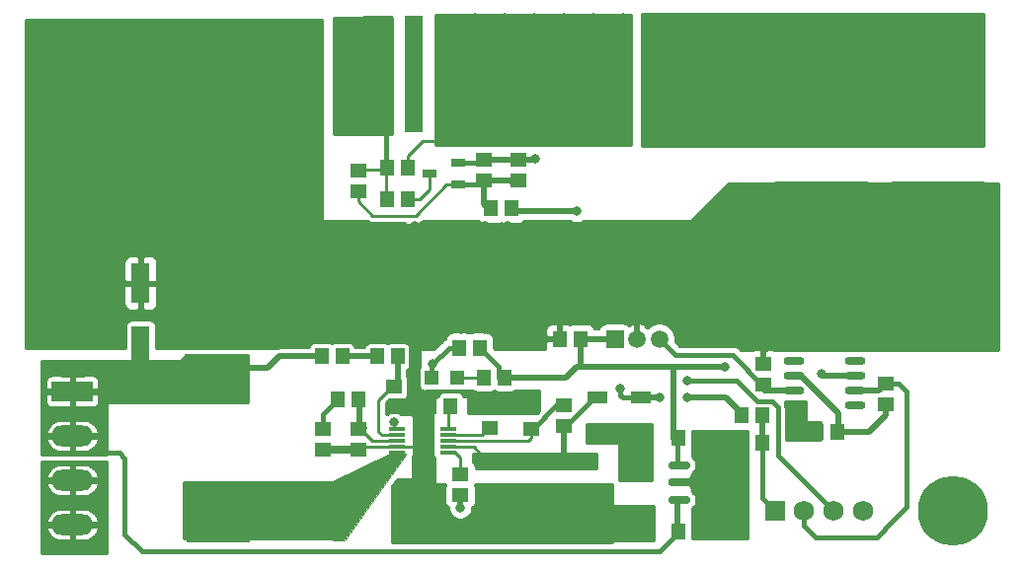
<source format=gbr>
%TF.GenerationSoftware,KiCad,Pcbnew,(5.1.4)-1*%
%TF.CreationDate,2020-11-14T02:23:56+08:00*%
%TF.ProjectId,power,706f7765-722e-46b6-9963-61645f706362,rev?*%
%TF.SameCoordinates,Original*%
%TF.FileFunction,Copper,L1,Top*%
%TF.FilePolarity,Positive*%
%FSLAX46Y46*%
G04 Gerber Fmt 4.6, Leading zero omitted, Abs format (unit mm)*
G04 Created by KiCad (PCBNEW (5.1.4)-1) date 2020-11-14 02:23:56*
%MOMM*%
%LPD*%
G04 APERTURE LIST*
%ADD10R,1.470000X1.160000*%
%ADD11R,1.160000X1.470000*%
%ADD12R,1.800000X1.130000*%
%ADD13R,2.720000X1.160000*%
%ADD14O,9.000000X6.000000*%
%ADD15R,1.500000X1.500000*%
%ADD16C,1.500000*%
%ADD17C,0.800000*%
%ADD18C,0.800000*%
%ADD19C,1.750000*%
%ADD20R,1.750000X1.750000*%
%ADD21O,3.600000X1.800000*%
%ADD22R,3.600000X1.800000*%
%ADD23C,6.000000*%
%ADD24R,2.794000X3.810000*%
%ADD25R,1.650000X2.380000*%
%ADD26R,1.450000X0.300000*%
%ADD27O,1.800000X0.700000*%
%ADD28O,1.900000X0.700000*%
%ADD29O,3.500000X2.000000*%
%ADD30O,2.100000X0.700000*%
%ADD31R,2.500000X10.000000*%
%ADD32R,1.600000X10.000000*%
%ADD33R,1.250000X0.700000*%
%ADD34R,5.400000X3.900000*%
%ADD35R,11.000000X8.000000*%
%ADD36R,8.000000X11.000000*%
%ADD37R,1.200000X1.200000*%
%ADD38R,2.743000X2.159000*%
%ADD39R,1.600000X3.500000*%
%ADD40C,0.254000*%
%ADD41C,0.508000*%
%ADD42C,0.381000*%
%ADD43C,0.762000*%
%ADD44C,0.250000*%
%ADD45C,0.025400*%
%ADD46C,0.350000*%
%ADD47O,6.000000X2.000000*%
G04 APERTURE END LIST*
D10*
X52324000Y-54611000D03*
X52324000Y-52831000D03*
D11*
X52640000Y-50250000D03*
X50860000Y-50250000D03*
X47890000Y-50250000D03*
X46110000Y-50250000D03*
X61780000Y-52070000D03*
X60000000Y-52070000D03*
X57910000Y-49500000D03*
X59690000Y-49500000D03*
X55410000Y-54500000D03*
X57190000Y-54500000D03*
X47497000Y-53975000D03*
X49277000Y-53975000D03*
D10*
X64100000Y-54660000D03*
X64100000Y-56440000D03*
X66900000Y-54460000D03*
X66900000Y-56240000D03*
D11*
X90340000Y-56750000D03*
X88560000Y-56750000D03*
D10*
X94500000Y-54390000D03*
X94500000Y-52610000D03*
D11*
X53490000Y-36750000D03*
X51710000Y-36750000D03*
D10*
X60050000Y-35140000D03*
X60050000Y-33360000D03*
X49250000Y-36090000D03*
X49250000Y-34310000D03*
D11*
X51710000Y-34000000D03*
X53490000Y-34000000D03*
X62390000Y-37500000D03*
X60610000Y-37500000D03*
X82104000Y-57658000D03*
X83884000Y-57658000D03*
X83884000Y-55250000D03*
X82104000Y-55250000D03*
D12*
X69750000Y-56740000D03*
X69750000Y-53760000D03*
X73500000Y-53760000D03*
X73500000Y-56740000D03*
D13*
X68250000Y-62225000D03*
X68250000Y-59275000D03*
X64250000Y-62225000D03*
X64250000Y-59275000D03*
D12*
X60750000Y-62240000D03*
X60750000Y-59260000D03*
D10*
X84000000Y-52640000D03*
X84000000Y-50860000D03*
D11*
X78485000Y-65250000D03*
X76705000Y-65250000D03*
D10*
X58000000Y-60340000D03*
X58000000Y-62120000D03*
X60500000Y-54610000D03*
X60500000Y-56390000D03*
X46250000Y-58263000D03*
X46250000Y-56483000D03*
X49250000Y-58263000D03*
X49250000Y-56483000D03*
D11*
X68290000Y-48750000D03*
X66510000Y-48750000D03*
X78485000Y-57274000D03*
X76705000Y-57274000D03*
D10*
X63000000Y-35140000D03*
X63000000Y-33360000D03*
D14*
X68160000Y-27350000D03*
X78160000Y-27350000D03*
D15*
X71250000Y-48750000D03*
D16*
X75070000Y-48750000D03*
X73160000Y-48750000D03*
D17*
X72110000Y-26720000D03*
D18*
X72110000Y-26720000D02*
X72110000Y-26720000D01*
D17*
X72110000Y-27980000D03*
D18*
X72110000Y-27980000D02*
X72110000Y-27980000D01*
D17*
X71360000Y-29010000D03*
X71360000Y-25690000D03*
X64210000Y-26720000D03*
X64210000Y-27980000D03*
X64960000Y-29010000D03*
X64960000Y-25690000D03*
X68830000Y-29400000D03*
X67490000Y-29400000D03*
X70160000Y-29400000D03*
X66160000Y-29400000D03*
X68830000Y-25300000D03*
X67490000Y-25300000D03*
X66160000Y-25300000D03*
X70160000Y-25300000D03*
X74960000Y-29010000D03*
X74960000Y-25690000D03*
X74210000Y-27980000D03*
D18*
X74210000Y-27980000D02*
X74210000Y-27980000D01*
D17*
X74210000Y-26720000D03*
D18*
X74210000Y-26720000D02*
X74210000Y-26720000D01*
D17*
X81360000Y-29010000D03*
X81360000Y-25690000D03*
X82110000Y-26720000D03*
X80160000Y-29400000D03*
X78830000Y-29400000D03*
X77490000Y-29400000D03*
X76160000Y-29400000D03*
X80160000Y-25300000D03*
X78830000Y-25300000D03*
X77490000Y-25300000D03*
X76160000Y-25300000D03*
X82110000Y-27980000D03*
D19*
X92500000Y-63500000D03*
X90000000Y-63500000D03*
X87500000Y-63500000D03*
D20*
X85000000Y-63500000D03*
D21*
X24750000Y-64680000D03*
X24750000Y-60870000D03*
X24750000Y-57060000D03*
D22*
X24750000Y-53250000D03*
D17*
X102306810Y-62312500D03*
X102306810Y-64687500D03*
X100250000Y-65875000D03*
X98193190Y-64687500D03*
X98193190Y-62312500D03*
X100250000Y-61125000D03*
D23*
X100250000Y-63500000D03*
D17*
X41056810Y-44812500D03*
X41056810Y-47187500D03*
X39000000Y-48375000D03*
X36943190Y-47187500D03*
X36943190Y-44812500D03*
X39000000Y-43625000D03*
D23*
X39000000Y-46000000D03*
D24*
X46631500Y-63000000D03*
X53768500Y-63000000D03*
D25*
X54800000Y-57500001D03*
D26*
X52600000Y-58500001D03*
X52600000Y-58000001D03*
X52600000Y-57500001D03*
X52600000Y-57000001D03*
X57000000Y-56500001D03*
X57000000Y-57000001D03*
X57000000Y-57500001D03*
X57000000Y-58000001D03*
X52600000Y-56500001D03*
X57000000Y-58500001D03*
D27*
X91850000Y-50645000D03*
X91850000Y-51915000D03*
X91850000Y-53185000D03*
X91850000Y-54455000D03*
X86650000Y-54455000D03*
X86650000Y-53185000D03*
X86650000Y-51915000D03*
X86650000Y-50645000D03*
D28*
X76795000Y-62574000D03*
D29*
X79295000Y-61074000D03*
D30*
X76895000Y-61074000D03*
D28*
X76795000Y-59574000D03*
D31*
X57050000Y-26000000D03*
D32*
X54000000Y-26000000D03*
D31*
X50950000Y-26000000D03*
D33*
X55350000Y-34550000D03*
X57850000Y-33600000D03*
X57850000Y-35500000D03*
D34*
X37250000Y-64250000D03*
X37250000Y-52250000D03*
D35*
X27200000Y-36550000D03*
X27200000Y-26550000D03*
X40200000Y-26550000D03*
X40200000Y-36550000D03*
D36*
X99000000Y-26500000D03*
X89000000Y-26500000D03*
X89000000Y-40750000D03*
X99000000Y-40750000D03*
D37*
X55500000Y-52070000D03*
X57700000Y-52070000D03*
D38*
X73000000Y-64360000D03*
X73000000Y-59940000D03*
D39*
X30600000Y-43950000D03*
X30600000Y-49350000D03*
D17*
X85700000Y-36150000D03*
X86500000Y-55500000D03*
X87750000Y-56750000D03*
X80250000Y-57750001D03*
X66500000Y-64750000D03*
X64750000Y-64750000D03*
X63000000Y-64750000D03*
X61000000Y-64750000D03*
X58750000Y-64750000D03*
X56250000Y-64750000D03*
X81000000Y-65250000D03*
X81000000Y-59750000D03*
X81000000Y-62500000D03*
X89000000Y-51750000D03*
X51259748Y-60276752D03*
X64463990Y-33286000D03*
X68700000Y-64750000D03*
X77700000Y-48750000D03*
X80240000Y-48750000D03*
X82780000Y-48750000D03*
X85320000Y-48750000D03*
X87860000Y-48750000D03*
X90400000Y-48750000D03*
X92940000Y-48750000D03*
X95480000Y-48750000D03*
X98020000Y-48750000D03*
X100560000Y-48750000D03*
X88240000Y-36150000D03*
X90780000Y-36150000D03*
X93320000Y-36150000D03*
X95860000Y-36150000D03*
X98400000Y-36150000D03*
X100940000Y-36150000D03*
X103480000Y-36150000D03*
X85700000Y-38690000D03*
X88240000Y-38690000D03*
X90780000Y-38690000D03*
X93320000Y-38690000D03*
X95860000Y-38690000D03*
X98400000Y-38690000D03*
X100940000Y-38690000D03*
X103480000Y-38690000D03*
X85700000Y-41230000D03*
X88240000Y-41230000D03*
X90780000Y-41230000D03*
X93320000Y-41230000D03*
X95860000Y-41230000D03*
X98400000Y-41230000D03*
X100940000Y-41230000D03*
X103480000Y-41230000D03*
X85700000Y-43770000D03*
X88240000Y-43770000D03*
X90780000Y-43770000D03*
X93320000Y-43770000D03*
X95860000Y-43770000D03*
X98400000Y-43770000D03*
X100940000Y-43770000D03*
X103480000Y-43770000D03*
X85700000Y-46310000D03*
X88240000Y-46310000D03*
X90780000Y-46310000D03*
X93320000Y-46310000D03*
X95860000Y-46310000D03*
X98400000Y-46310000D03*
X100940000Y-46310000D03*
X103480000Y-46310000D03*
X103500000Y-48750000D03*
X21300000Y-21950000D03*
X23840000Y-21950000D03*
X26380000Y-21950000D03*
X28920000Y-21950000D03*
X31460000Y-21950000D03*
X34000000Y-21950000D03*
X36540000Y-21950000D03*
X39080000Y-21950000D03*
X41620000Y-21950000D03*
X44160000Y-21950000D03*
X21300000Y-24490000D03*
X23840000Y-24490000D03*
X26380000Y-24490000D03*
X28920000Y-24490000D03*
X31460000Y-24490000D03*
X34000000Y-24490000D03*
X36540000Y-24490000D03*
X39080000Y-24490000D03*
X41620000Y-24490000D03*
X44160000Y-24490000D03*
X21300000Y-27030000D03*
X23840000Y-27030000D03*
X26380000Y-27030000D03*
X28920000Y-27030000D03*
X31460000Y-27030000D03*
X34000000Y-27030000D03*
X36540000Y-27030000D03*
X39080000Y-27030000D03*
X41620000Y-27030000D03*
X44160000Y-27030000D03*
X21300000Y-29570000D03*
X23840000Y-29570000D03*
X26380000Y-29570000D03*
X28920000Y-29570000D03*
X31460000Y-29570000D03*
X34000000Y-29570000D03*
X36540000Y-29570000D03*
X39080000Y-29570000D03*
X41620000Y-29570000D03*
X44160000Y-29570000D03*
X21300000Y-32110000D03*
X23840000Y-32110000D03*
X26380000Y-32110000D03*
X28920000Y-32110000D03*
X31460000Y-32110000D03*
X34000000Y-32110000D03*
X36540000Y-32110000D03*
X39080000Y-32110000D03*
X41620000Y-32110000D03*
X44160000Y-32110000D03*
X21300000Y-34650000D03*
X23840000Y-34650000D03*
X26380000Y-34650000D03*
X28920000Y-34650000D03*
X31460000Y-34650000D03*
X34000000Y-34650000D03*
X36540000Y-34650000D03*
X39080000Y-34650000D03*
X41620000Y-34650000D03*
X44160000Y-34650000D03*
X21300000Y-37190000D03*
X23840000Y-37190000D03*
X26380000Y-37190000D03*
X28920000Y-37190000D03*
X31460000Y-37190000D03*
X34000000Y-37190000D03*
X36540000Y-37190000D03*
X39080000Y-37190000D03*
X41620000Y-37190000D03*
X44160000Y-37190000D03*
X21300000Y-39730000D03*
X23840000Y-39730000D03*
X26380000Y-39730000D03*
X28920000Y-39730000D03*
X31460000Y-39730000D03*
X34000000Y-39730000D03*
X36540000Y-39730000D03*
X39080000Y-39730000D03*
X41620000Y-39730000D03*
X44160000Y-39730000D03*
X69300000Y-39050000D03*
X64100000Y-39050000D03*
X71300000Y-39050000D03*
X73300000Y-39050000D03*
X75300000Y-39050000D03*
X77300000Y-39050000D03*
X79300000Y-39050000D03*
X69300000Y-40320000D03*
X71300000Y-40320000D03*
X73300000Y-40320000D03*
X75300000Y-40320000D03*
X77300000Y-40320000D03*
X79300000Y-40320000D03*
X69300000Y-41590000D03*
X71300000Y-41590000D03*
X73300000Y-41590000D03*
X75300000Y-41590000D03*
X77300000Y-41590000D03*
X79300000Y-41590000D03*
X69300000Y-42860000D03*
X71300000Y-42860000D03*
X73300000Y-42860000D03*
X75300000Y-42860000D03*
X77300000Y-42860000D03*
X79300000Y-42860000D03*
X69300000Y-44130000D03*
X71300000Y-44130000D03*
X73300000Y-44130000D03*
X75300000Y-44130000D03*
X77300000Y-44130000D03*
X79300000Y-44130000D03*
X69300000Y-45400000D03*
X71300000Y-45400000D03*
X73300000Y-45400000D03*
X75300000Y-45400000D03*
X77300000Y-45400000D03*
X79300000Y-45400000D03*
X69300000Y-46670000D03*
X71300000Y-46670000D03*
X73300000Y-46670000D03*
X75300000Y-46670000D03*
X77300000Y-46670000D03*
X79300000Y-46670000D03*
X62100000Y-39050000D03*
X60100000Y-39050000D03*
X58100000Y-39050000D03*
X56100000Y-39050000D03*
X54100000Y-39050000D03*
X64100000Y-40320000D03*
X62100000Y-40320000D03*
X60100000Y-40320000D03*
X58100000Y-40320000D03*
X56100000Y-40320000D03*
X54100000Y-40320000D03*
X64100000Y-41590000D03*
X62100000Y-41590000D03*
X60100000Y-41590000D03*
X58100000Y-41590000D03*
X56100000Y-41590000D03*
X54100000Y-41590000D03*
X64100000Y-42860000D03*
X62100000Y-42860000D03*
X60100000Y-42860000D03*
X58100000Y-42860000D03*
X56100000Y-42860000D03*
X54100000Y-42860000D03*
X64100000Y-44130000D03*
X62100000Y-44130000D03*
X60100000Y-44130000D03*
X58100000Y-44130000D03*
X56100000Y-44130000D03*
X54100000Y-44130000D03*
X64100000Y-45400000D03*
X62100000Y-45400000D03*
X60100000Y-45400000D03*
X58100000Y-45400000D03*
X56100000Y-45400000D03*
X54100000Y-45400000D03*
X64100000Y-46670000D03*
X62100000Y-46670000D03*
X60100000Y-46670000D03*
X58100000Y-46670000D03*
X56100000Y-46670000D03*
X54100000Y-46670000D03*
X64100000Y-47940000D03*
X62100000Y-47940000D03*
X60100000Y-47940000D03*
X58100000Y-47940000D03*
X56100000Y-47940000D03*
X54100000Y-47940000D03*
X80700000Y-51150000D03*
X58000000Y-63246000D03*
X52324000Y-55880012D03*
X55626000Y-50927000D03*
X71750000Y-53000000D03*
X65626000Y-31623000D03*
X77500000Y-53750000D03*
X75137990Y-53753204D03*
X59300000Y-21150000D03*
X61840000Y-21150000D03*
X64380000Y-21150000D03*
X66920000Y-21150000D03*
X69460000Y-21150000D03*
X72000000Y-21150000D03*
X59300000Y-23690000D03*
X61840000Y-23690000D03*
X64380000Y-23690000D03*
X66920000Y-23690000D03*
X69460000Y-23690000D03*
X72000000Y-23690000D03*
X59300000Y-26230000D03*
X61840000Y-26230000D03*
X59300000Y-28770000D03*
X61840000Y-28770000D03*
X59300000Y-31310000D03*
X61840000Y-31310000D03*
X64380000Y-31310000D03*
X66920000Y-31310000D03*
X69460000Y-31310000D03*
X72000000Y-31310000D03*
X67999996Y-37750000D03*
X77470694Y-52326654D03*
X73900000Y-21150000D03*
X76440000Y-21150000D03*
X78980000Y-21150000D03*
X81520000Y-21150000D03*
X84060000Y-21150000D03*
X86600000Y-21150000D03*
X89140000Y-21150000D03*
X91680000Y-21150000D03*
X94220000Y-21150000D03*
X96760000Y-21150000D03*
X99300000Y-21150000D03*
X101840000Y-21150000D03*
X73900000Y-23690000D03*
X76440000Y-23690000D03*
X78980000Y-23690000D03*
X81520000Y-23690000D03*
X84060000Y-23690000D03*
X86600000Y-23690000D03*
X89140000Y-23690000D03*
X91680000Y-23690000D03*
X94220000Y-23690000D03*
X96760000Y-23690000D03*
X99300000Y-23690000D03*
X101840000Y-23690000D03*
X84060000Y-26230000D03*
X86600000Y-26230000D03*
X89140000Y-26230000D03*
X91680000Y-26230000D03*
X94220000Y-26230000D03*
X96760000Y-26230000D03*
X99300000Y-26230000D03*
X101840000Y-26230000D03*
X84060000Y-28770000D03*
X86600000Y-28770000D03*
X89140000Y-28770000D03*
X91680000Y-28770000D03*
X94220000Y-28770000D03*
X96760000Y-28770000D03*
X99300000Y-28770000D03*
X101840000Y-28770000D03*
X73900000Y-31310000D03*
X76440000Y-31310000D03*
X78980000Y-31310000D03*
X81520000Y-31310000D03*
X84060000Y-31310000D03*
X86600000Y-31310000D03*
X89140000Y-31310000D03*
X91680000Y-31310000D03*
X94220000Y-31310000D03*
X96760000Y-31310000D03*
X99300000Y-31310000D03*
X101840000Y-31310000D03*
D40*
X62250000Y-35200000D02*
X62320000Y-35270000D01*
D41*
X63000000Y-35140000D02*
X60050000Y-35140000D01*
X60050000Y-37190000D02*
X60610000Y-37750000D01*
X60050000Y-35140000D02*
X60050000Y-37190000D01*
D40*
X56825000Y-35500000D02*
X57850000Y-35500000D01*
X54175000Y-38150000D02*
X56825000Y-35500000D01*
X50476000Y-38150000D02*
X54175000Y-38150000D01*
X49250000Y-36090000D02*
X49250000Y-36924000D01*
X49250000Y-36924000D02*
X50476000Y-38150000D01*
D42*
X59690000Y-35500000D02*
X60050000Y-35140000D01*
X57850000Y-35500000D02*
X59690000Y-35500000D01*
D40*
X46393999Y-58000001D02*
X46355000Y-58039000D01*
X52600000Y-58000001D02*
X46393999Y-58000001D01*
D41*
X46800001Y-58373000D02*
X49737000Y-58373000D01*
D40*
X59600001Y-54800000D02*
X59300001Y-54500000D01*
X61550000Y-54800000D02*
X59600001Y-54800000D01*
D42*
X55350000Y-54500000D02*
X55350000Y-54200000D01*
X55350000Y-54200000D02*
X56093701Y-53456299D01*
D40*
X54300000Y-58000001D02*
X54800000Y-57500001D01*
X52600000Y-58000001D02*
X54300000Y-58000001D01*
X63206000Y-33250000D02*
X63242000Y-33286000D01*
D41*
X79295000Y-57974000D02*
X78595000Y-57274000D01*
X79295000Y-61074000D02*
X79295000Y-57974000D01*
X76895000Y-61074000D02*
X79295000Y-61074000D01*
X78595000Y-61774000D02*
X79295000Y-61074000D01*
X78595000Y-64803000D02*
X78595000Y-61774000D01*
D43*
X78595000Y-56995000D02*
X78595000Y-57274000D01*
D41*
X84000000Y-51000000D02*
X84000000Y-49750000D01*
X86650000Y-54455000D02*
X86650000Y-55350000D01*
X86650000Y-55350000D02*
X86500000Y-55500000D01*
X73160000Y-48750000D02*
X73160000Y-47410000D01*
X88500000Y-56750000D02*
X87750000Y-56750000D01*
D40*
X80342001Y-57658000D02*
X80250000Y-57750001D01*
X81294000Y-57658000D02*
X80342001Y-57658000D01*
D42*
X76595000Y-59374000D02*
X76795000Y-59574000D01*
X76595000Y-57274000D02*
X76595000Y-59374000D01*
X76591992Y-57270992D02*
X76595000Y-57274000D01*
D41*
X69250000Y-48750000D02*
X71250000Y-48750000D01*
X91850000Y-51915000D02*
X89165000Y-51915000D01*
X89165000Y-51915000D02*
X89000000Y-51750000D01*
X49337000Y-55926000D02*
X49784000Y-56373000D01*
X49337000Y-53975000D02*
X49337000Y-55926000D01*
X52600000Y-58936500D02*
X52600000Y-58607202D01*
X46631500Y-63000000D02*
X48536500Y-63000000D01*
X48536500Y-63000000D02*
X52600000Y-58936500D01*
D40*
X52600000Y-58936500D02*
X51259748Y-60276752D01*
D41*
X37260000Y-52500000D02*
X37465000Y-52705000D01*
X76595000Y-62774000D02*
X76795000Y-62574000D01*
X76595000Y-64802999D02*
X76595000Y-62774000D01*
X39682000Y-51250000D02*
X39624000Y-51308000D01*
D42*
X25650000Y-60870000D02*
X24750000Y-60870000D01*
D41*
X60050000Y-33360000D02*
X63000000Y-33360000D01*
X64389990Y-33360000D02*
X64463990Y-33286000D01*
X63000000Y-33360000D02*
X64389990Y-33360000D01*
D42*
X59810000Y-33600000D02*
X60050000Y-33360000D01*
X57850000Y-33600000D02*
X59810000Y-33600000D01*
X61290000Y-51100000D02*
X61290000Y-52070000D01*
X59690000Y-49500000D02*
X61290000Y-51100000D01*
D41*
X76934315Y-51150000D02*
X80700000Y-51150000D01*
X76300000Y-55626000D02*
X76300000Y-57350000D01*
X76300000Y-51150000D02*
X76934315Y-51150000D01*
X76300000Y-51150000D02*
X76300000Y-55626000D01*
X62868000Y-52070000D02*
X61780000Y-52070000D01*
X67063000Y-52070000D02*
X62868000Y-52070000D01*
X67983000Y-51150000D02*
X67063000Y-52070000D01*
X80700000Y-51150000D02*
X69100000Y-51150000D01*
X71250000Y-48750000D02*
X68290000Y-48750000D01*
X68300000Y-50003000D02*
X68300000Y-51150000D01*
X68290000Y-49993000D02*
X68300000Y-50003000D01*
X68290000Y-48750000D02*
X68290000Y-49993000D01*
X69100000Y-51150000D02*
X68300000Y-51150000D01*
X68300000Y-51150000D02*
X67983000Y-51150000D01*
X68235000Y-59260000D02*
X68250000Y-59275000D01*
D44*
X59150001Y-58000001D02*
X60300000Y-59150000D01*
X57000000Y-58000001D02*
X59150001Y-58000001D01*
D42*
X66900000Y-59170000D02*
X66810000Y-59260000D01*
X66900000Y-56240000D02*
X66900000Y-59170000D01*
D41*
X60250000Y-59260000D02*
X66810000Y-59260000D01*
X66810000Y-59260000D02*
X68235000Y-59260000D01*
D42*
X69535000Y-53760000D02*
X69750000Y-53760000D01*
X67055000Y-56240000D02*
X69535000Y-53760000D01*
X66900000Y-56240000D02*
X67055000Y-56240000D01*
D41*
X66900000Y-56240000D02*
X66900000Y-59150000D01*
D44*
X49405000Y-56483000D02*
X49250000Y-56483000D01*
X50422001Y-57500001D02*
X49405000Y-56483000D01*
X52600000Y-57500001D02*
X50422001Y-57500001D01*
D42*
X46250000Y-55222000D02*
X47497000Y-53975000D01*
X46250000Y-56483000D02*
X46250000Y-55222000D01*
D44*
X59889999Y-57000001D02*
X60500000Y-56390000D01*
X57000000Y-57000001D02*
X59889999Y-57000001D01*
D40*
X57575000Y-58500001D02*
X57000000Y-58500001D01*
X58000000Y-58925001D02*
X57575000Y-58500001D01*
X58000000Y-60340000D02*
X58000000Y-58925001D01*
D41*
X58000000Y-63246000D02*
X58000000Y-62120000D01*
D42*
X29250000Y-52081000D02*
X29250000Y-52500000D01*
X28750000Y-51581000D02*
X29250000Y-52081000D01*
X26750000Y-58500000D02*
X28750000Y-58500000D01*
X28750000Y-58500000D02*
X29250000Y-59000000D01*
X29250000Y-59000000D02*
X29250000Y-65500000D01*
X29250000Y-65500000D02*
X30750000Y-67000000D01*
X76595000Y-64928000D02*
X76595000Y-64803000D01*
X76705000Y-65405000D02*
X75110000Y-67000000D01*
X76705000Y-65250000D02*
X76705000Y-65405000D01*
X30750000Y-67000000D02*
X70000000Y-67000000D01*
D41*
X42500000Y-50250000D02*
X46110000Y-50250000D01*
X41500000Y-51250000D02*
X42500000Y-50250000D01*
X41500000Y-51250000D02*
X39682000Y-51250000D01*
D42*
X71550000Y-67000000D02*
X75110000Y-67000000D01*
X71860000Y-67000000D02*
X71550000Y-67000000D01*
X71550000Y-67000000D02*
X70000000Y-67000000D01*
D41*
X30450000Y-51758000D02*
X30450000Y-52500000D01*
X30600000Y-51608000D02*
X30450000Y-51758000D01*
X30600000Y-49350000D02*
X30600000Y-51608000D01*
X29250000Y-52500000D02*
X30450000Y-52500000D01*
X30450000Y-52500000D02*
X37260000Y-52500000D01*
X69750000Y-56740000D02*
X73500000Y-56740000D01*
X73000000Y-57240000D02*
X73500000Y-56740000D01*
X73000000Y-59790000D02*
X73000000Y-57240000D01*
D40*
X52324000Y-55880012D02*
X52324000Y-56515000D01*
D42*
X55500000Y-51053000D02*
X55626000Y-50927000D01*
X55500000Y-52070000D02*
X55500000Y-51053000D01*
X57053000Y-49500000D02*
X55626000Y-50927000D01*
X57910000Y-49500000D02*
X57053000Y-49500000D01*
D40*
X57700000Y-52070000D02*
X59450000Y-52070000D01*
D41*
X65626000Y-31057315D02*
X65626000Y-31623000D01*
X65753000Y-30940000D02*
X65743315Y-30940000D01*
X65743315Y-30940000D02*
X65626000Y-31057315D01*
D42*
X71750000Y-53565685D02*
X71750000Y-53000000D01*
X71944315Y-53760000D02*
X71750000Y-53565685D01*
X73500000Y-53760000D02*
X71944315Y-53760000D01*
D41*
X82104000Y-55095000D02*
X82104000Y-55250000D01*
X80759000Y-53750000D02*
X82104000Y-55095000D01*
X77500000Y-53750000D02*
X80759000Y-53750000D01*
X75131194Y-53760000D02*
X75137990Y-53753204D01*
X73500000Y-53760000D02*
X75131194Y-53760000D01*
D40*
X53490000Y-33011000D02*
X54751000Y-31750000D01*
X53490000Y-34000000D02*
X53490000Y-33011000D01*
X54751000Y-31750000D02*
X56100000Y-31750000D01*
D41*
X62390000Y-37750000D02*
X67999996Y-37750000D01*
D42*
X85250000Y-54592338D02*
X84778961Y-54121299D01*
X90000000Y-63500000D02*
X85250000Y-58750000D01*
X83457637Y-54121299D02*
X81662992Y-52326654D01*
X81662992Y-52326654D02*
X78036379Y-52326654D01*
X85250000Y-58750000D02*
X85250000Y-54592338D01*
X84778961Y-54121299D02*
X83457637Y-54121299D01*
X78036379Y-52326654D02*
X77470694Y-52326654D01*
D41*
X93865000Y-53185000D02*
X94500000Y-52550000D01*
X91850000Y-53185000D02*
X93865000Y-53185000D01*
D42*
X88512564Y-65750000D02*
X93700000Y-65750000D01*
X87500000Y-64737436D02*
X88512564Y-65750000D01*
X87500000Y-63500000D02*
X87500000Y-64737436D01*
X95616000Y-52610000D02*
X96300000Y-53294000D01*
X94500000Y-52610000D02*
X95616000Y-52610000D01*
X96300000Y-63150000D02*
X95100000Y-64350000D01*
X96300000Y-53294000D02*
X96300000Y-63150000D01*
X93700000Y-65750000D02*
X95100000Y-64350000D01*
D41*
X83944000Y-55753000D02*
X83944000Y-57658000D01*
D42*
X83884000Y-62384000D02*
X85000000Y-63500000D01*
X83884000Y-57658000D02*
X83884000Y-62384000D01*
D40*
X55350000Y-34550000D02*
X55350000Y-35900000D01*
X54500000Y-36750000D02*
X53490000Y-36750000D01*
X55350000Y-35900000D02*
X54500000Y-36750000D01*
X51650000Y-36200000D02*
X51650000Y-34200000D01*
X51600000Y-34250000D02*
X51650000Y-34200000D01*
X49800000Y-34250000D02*
X51600000Y-34250000D01*
D42*
X51650000Y-26700000D02*
X50950000Y-26000000D01*
X51650000Y-34200000D02*
X51650000Y-26700000D01*
D41*
X94500000Y-55308000D02*
X94500000Y-54450000D01*
X93058000Y-56750000D02*
X94500000Y-55308000D01*
X90400000Y-56750000D02*
X93058000Y-56750000D01*
X90400000Y-55592000D02*
X90400000Y-56750000D01*
X90400000Y-55115000D02*
X90400000Y-55592000D01*
X87200000Y-51915000D02*
X90400000Y-55115000D01*
X86650000Y-51915000D02*
X87200000Y-51915000D01*
D44*
X64100000Y-57270000D02*
X64100000Y-56440000D01*
X63869999Y-57500001D02*
X64100000Y-57270000D01*
X57000000Y-57500001D02*
X63869999Y-57500001D01*
D42*
X66235000Y-54460000D02*
X66900000Y-54460000D01*
X64255000Y-56440000D02*
X66235000Y-54460000D01*
X64100000Y-56440000D02*
X64255000Y-56440000D01*
D40*
X57000000Y-54750000D02*
X57250000Y-54500000D01*
X57000000Y-56500001D02*
X57000000Y-54750000D01*
D41*
X47890000Y-50250000D02*
X50860000Y-50250000D01*
D40*
X52600000Y-57000001D02*
X51285001Y-57000001D01*
X51285001Y-57000001D02*
X51000000Y-56715000D01*
D41*
X52640000Y-52515000D02*
X52324000Y-52831000D01*
X52640000Y-50250000D02*
X52640000Y-52515000D01*
D44*
X51000000Y-54000000D02*
X51000000Y-56715000D01*
X52169000Y-52831000D02*
X51000000Y-54000000D01*
X52324000Y-52831000D02*
X52169000Y-52831000D01*
D41*
X86650000Y-53185000D02*
X84065000Y-53185000D01*
D42*
X84545000Y-53185000D02*
X84000000Y-52640000D01*
X86650000Y-53185000D02*
X84545000Y-53185000D01*
X84000000Y-52640000D02*
X83845000Y-52640000D01*
X75070000Y-48750000D02*
X76470000Y-50150000D01*
X81355000Y-50150000D02*
X81527500Y-50322500D01*
X76470000Y-50150000D02*
X81355000Y-50150000D01*
X83845000Y-52640000D02*
X81527500Y-50322500D01*
D40*
G36*
X82623000Y-65873000D02*
G01*
X77877000Y-65873000D01*
X77877000Y-63288378D01*
X78004633Y-63183633D01*
X78111852Y-63052985D01*
X78191524Y-62903931D01*
X78240585Y-62742197D01*
X78257151Y-62574000D01*
X78240585Y-62405803D01*
X78191524Y-62244069D01*
X78111852Y-62095015D01*
X78004633Y-61964367D01*
X77877000Y-61859622D01*
X77877000Y-60288378D01*
X78004633Y-60183633D01*
X78111852Y-60052985D01*
X78191524Y-59903931D01*
X78240585Y-59742197D01*
X78257151Y-59574000D01*
X78240585Y-59405803D01*
X78191524Y-59244069D01*
X78111852Y-59095015D01*
X78004633Y-58964367D01*
X77877000Y-58859622D01*
X77877000Y-56627572D01*
X81088429Y-56641999D01*
X81113217Y-56639670D01*
X81137073Y-56632550D01*
X81147570Y-56627000D01*
X82623000Y-56627000D01*
X82623000Y-65873000D01*
X82623000Y-65873000D01*
G37*
X82623000Y-65873000D02*
X77877000Y-65873000D01*
X77877000Y-63288378D01*
X78004633Y-63183633D01*
X78111852Y-63052985D01*
X78191524Y-62903931D01*
X78240585Y-62742197D01*
X78257151Y-62574000D01*
X78240585Y-62405803D01*
X78191524Y-62244069D01*
X78111852Y-62095015D01*
X78004633Y-61964367D01*
X77877000Y-61859622D01*
X77877000Y-60288378D01*
X78004633Y-60183633D01*
X78111852Y-60052985D01*
X78191524Y-59903931D01*
X78240585Y-59742197D01*
X78257151Y-59574000D01*
X78240585Y-59405803D01*
X78191524Y-59244069D01*
X78111852Y-59095015D01*
X78004633Y-58964367D01*
X77877000Y-58859622D01*
X77877000Y-56627572D01*
X81088429Y-56641999D01*
X81113217Y-56639670D01*
X81137073Y-56632550D01*
X81147570Y-56627000D01*
X82623000Y-56627000D01*
X82623000Y-65873000D01*
G36*
X46101000Y-38481000D02*
G01*
X46103440Y-38505776D01*
X46110667Y-38529601D01*
X46122403Y-38551557D01*
X46138197Y-38570803D01*
X46157443Y-38586597D01*
X46179399Y-38598333D01*
X46203224Y-38605560D01*
X46228000Y-38608000D01*
X50033119Y-38608000D01*
X50049039Y-38621065D01*
X50049043Y-38621069D01*
X50121506Y-38680538D01*
X50231820Y-38739502D01*
X50351518Y-38775812D01*
X50444808Y-38785000D01*
X50444811Y-38785000D01*
X50476000Y-38788072D01*
X50507189Y-38785000D01*
X53213000Y-38785000D01*
X53213000Y-47752000D01*
X53215440Y-47776776D01*
X53222667Y-47800601D01*
X53234403Y-47822557D01*
X53250197Y-47841803D01*
X53504197Y-48095803D01*
X53523443Y-48111597D01*
X53545399Y-48123333D01*
X53569224Y-48130560D01*
X53594000Y-48133000D01*
X54483000Y-48133000D01*
X54483000Y-49530000D01*
X53730457Y-49530000D01*
X53730457Y-49515000D01*
X53720649Y-49415415D01*
X53691601Y-49319657D01*
X53644429Y-49231405D01*
X53580948Y-49154052D01*
X53503595Y-49090571D01*
X53415343Y-49043399D01*
X53319585Y-49014351D01*
X53220000Y-49004543D01*
X52060000Y-49004543D01*
X51960415Y-49014351D01*
X51864657Y-49043399D01*
X51776405Y-49090571D01*
X51750000Y-49112241D01*
X51723595Y-49090571D01*
X51635343Y-49043399D01*
X51539585Y-49014351D01*
X51440000Y-49004543D01*
X50280000Y-49004543D01*
X50180415Y-49014351D01*
X50084657Y-49043399D01*
X49996405Y-49090571D01*
X49919052Y-49154052D01*
X49855571Y-49231405D01*
X49808399Y-49319657D01*
X49779351Y-49415415D01*
X49772202Y-49488000D01*
X48977798Y-49488000D01*
X48970649Y-49415415D01*
X48941601Y-49319657D01*
X48894429Y-49231405D01*
X48830948Y-49154052D01*
X48753595Y-49090571D01*
X48665343Y-49043399D01*
X48569585Y-49014351D01*
X48470000Y-49004543D01*
X47310000Y-49004543D01*
X47210415Y-49014351D01*
X47114657Y-49043399D01*
X47026405Y-49090571D01*
X47000000Y-49112241D01*
X46973595Y-49090571D01*
X46885343Y-49043399D01*
X46789585Y-49014351D01*
X46690000Y-49004543D01*
X45530000Y-49004543D01*
X45430415Y-49014351D01*
X45334657Y-49043399D01*
X45246405Y-49090571D01*
X45169052Y-49154052D01*
X45105571Y-49231405D01*
X45058399Y-49319657D01*
X45029351Y-49415415D01*
X45022202Y-49488000D01*
X42537423Y-49488000D01*
X42500000Y-49484314D01*
X42462577Y-49488000D01*
X42462574Y-49488000D01*
X42350622Y-49499026D01*
X42248515Y-49530000D01*
X31910457Y-49530000D01*
X31910457Y-47600000D01*
X31900649Y-47500415D01*
X31871601Y-47404657D01*
X31824429Y-47316405D01*
X31760948Y-47239052D01*
X31683595Y-47175571D01*
X31595343Y-47128399D01*
X31499585Y-47099351D01*
X31400000Y-47089543D01*
X29800000Y-47089543D01*
X29700415Y-47099351D01*
X29604657Y-47128399D01*
X29516405Y-47175571D01*
X29439052Y-47239052D01*
X29375571Y-47316405D01*
X29328399Y-47404657D01*
X29299351Y-47500415D01*
X29289543Y-47600000D01*
X29289543Y-49530000D01*
X20758000Y-49530000D01*
X20758000Y-45700000D01*
X29161928Y-45700000D01*
X29174188Y-45824482D01*
X29210498Y-45944180D01*
X29269463Y-46054494D01*
X29348815Y-46151185D01*
X29445506Y-46230537D01*
X29555820Y-46289502D01*
X29675518Y-46325812D01*
X29800000Y-46338072D01*
X30314250Y-46335000D01*
X30473000Y-46176250D01*
X30473000Y-44077000D01*
X30727000Y-44077000D01*
X30727000Y-46176250D01*
X30885750Y-46335000D01*
X31400000Y-46338072D01*
X31524482Y-46325812D01*
X31644180Y-46289502D01*
X31754494Y-46230537D01*
X31851185Y-46151185D01*
X31930537Y-46054494D01*
X31989502Y-45944180D01*
X32025812Y-45824482D01*
X32038072Y-45700000D01*
X32035000Y-44235750D01*
X31876250Y-44077000D01*
X30727000Y-44077000D01*
X30473000Y-44077000D01*
X29323750Y-44077000D01*
X29165000Y-44235750D01*
X29161928Y-45700000D01*
X20758000Y-45700000D01*
X20758000Y-42200000D01*
X29161928Y-42200000D01*
X29165000Y-43664250D01*
X29323750Y-43823000D01*
X30473000Y-43823000D01*
X30473000Y-41723750D01*
X30727000Y-41723750D01*
X30727000Y-43823000D01*
X31876250Y-43823000D01*
X32035000Y-43664250D01*
X32038072Y-42200000D01*
X32025812Y-42075518D01*
X31989502Y-41955820D01*
X31930537Y-41845506D01*
X31851185Y-41748815D01*
X31754494Y-41669463D01*
X31644180Y-41610498D01*
X31524482Y-41574188D01*
X31400000Y-41561928D01*
X30885750Y-41565000D01*
X30727000Y-41723750D01*
X30473000Y-41723750D01*
X30314250Y-41565000D01*
X29800000Y-41561928D01*
X29675518Y-41574188D01*
X29555820Y-41610498D01*
X29445506Y-41669463D01*
X29348815Y-41748815D01*
X29269463Y-41845506D01*
X29210498Y-41955820D01*
X29174188Y-42075518D01*
X29161928Y-42200000D01*
X20758000Y-42200000D01*
X20758000Y-21336000D01*
X46101000Y-21336000D01*
X46101000Y-38481000D01*
X46101000Y-38481000D01*
G37*
X46101000Y-38481000D02*
X46103440Y-38505776D01*
X46110667Y-38529601D01*
X46122403Y-38551557D01*
X46138197Y-38570803D01*
X46157443Y-38586597D01*
X46179399Y-38598333D01*
X46203224Y-38605560D01*
X46228000Y-38608000D01*
X50033119Y-38608000D01*
X50049039Y-38621065D01*
X50049043Y-38621069D01*
X50121506Y-38680538D01*
X50231820Y-38739502D01*
X50351518Y-38775812D01*
X50444808Y-38785000D01*
X50444811Y-38785000D01*
X50476000Y-38788072D01*
X50507189Y-38785000D01*
X53213000Y-38785000D01*
X53213000Y-47752000D01*
X53215440Y-47776776D01*
X53222667Y-47800601D01*
X53234403Y-47822557D01*
X53250197Y-47841803D01*
X53504197Y-48095803D01*
X53523443Y-48111597D01*
X53545399Y-48123333D01*
X53569224Y-48130560D01*
X53594000Y-48133000D01*
X54483000Y-48133000D01*
X54483000Y-49530000D01*
X53730457Y-49530000D01*
X53730457Y-49515000D01*
X53720649Y-49415415D01*
X53691601Y-49319657D01*
X53644429Y-49231405D01*
X53580948Y-49154052D01*
X53503595Y-49090571D01*
X53415343Y-49043399D01*
X53319585Y-49014351D01*
X53220000Y-49004543D01*
X52060000Y-49004543D01*
X51960415Y-49014351D01*
X51864657Y-49043399D01*
X51776405Y-49090571D01*
X51750000Y-49112241D01*
X51723595Y-49090571D01*
X51635343Y-49043399D01*
X51539585Y-49014351D01*
X51440000Y-49004543D01*
X50280000Y-49004543D01*
X50180415Y-49014351D01*
X50084657Y-49043399D01*
X49996405Y-49090571D01*
X49919052Y-49154052D01*
X49855571Y-49231405D01*
X49808399Y-49319657D01*
X49779351Y-49415415D01*
X49772202Y-49488000D01*
X48977798Y-49488000D01*
X48970649Y-49415415D01*
X48941601Y-49319657D01*
X48894429Y-49231405D01*
X48830948Y-49154052D01*
X48753595Y-49090571D01*
X48665343Y-49043399D01*
X48569585Y-49014351D01*
X48470000Y-49004543D01*
X47310000Y-49004543D01*
X47210415Y-49014351D01*
X47114657Y-49043399D01*
X47026405Y-49090571D01*
X47000000Y-49112241D01*
X46973595Y-49090571D01*
X46885343Y-49043399D01*
X46789585Y-49014351D01*
X46690000Y-49004543D01*
X45530000Y-49004543D01*
X45430415Y-49014351D01*
X45334657Y-49043399D01*
X45246405Y-49090571D01*
X45169052Y-49154052D01*
X45105571Y-49231405D01*
X45058399Y-49319657D01*
X45029351Y-49415415D01*
X45022202Y-49488000D01*
X42537423Y-49488000D01*
X42500000Y-49484314D01*
X42462577Y-49488000D01*
X42462574Y-49488000D01*
X42350622Y-49499026D01*
X42248515Y-49530000D01*
X31910457Y-49530000D01*
X31910457Y-47600000D01*
X31900649Y-47500415D01*
X31871601Y-47404657D01*
X31824429Y-47316405D01*
X31760948Y-47239052D01*
X31683595Y-47175571D01*
X31595343Y-47128399D01*
X31499585Y-47099351D01*
X31400000Y-47089543D01*
X29800000Y-47089543D01*
X29700415Y-47099351D01*
X29604657Y-47128399D01*
X29516405Y-47175571D01*
X29439052Y-47239052D01*
X29375571Y-47316405D01*
X29328399Y-47404657D01*
X29299351Y-47500415D01*
X29289543Y-47600000D01*
X29289543Y-49530000D01*
X20758000Y-49530000D01*
X20758000Y-45700000D01*
X29161928Y-45700000D01*
X29174188Y-45824482D01*
X29210498Y-45944180D01*
X29269463Y-46054494D01*
X29348815Y-46151185D01*
X29445506Y-46230537D01*
X29555820Y-46289502D01*
X29675518Y-46325812D01*
X29800000Y-46338072D01*
X30314250Y-46335000D01*
X30473000Y-46176250D01*
X30473000Y-44077000D01*
X30727000Y-44077000D01*
X30727000Y-46176250D01*
X30885750Y-46335000D01*
X31400000Y-46338072D01*
X31524482Y-46325812D01*
X31644180Y-46289502D01*
X31754494Y-46230537D01*
X31851185Y-46151185D01*
X31930537Y-46054494D01*
X31989502Y-45944180D01*
X32025812Y-45824482D01*
X32038072Y-45700000D01*
X32035000Y-44235750D01*
X31876250Y-44077000D01*
X30727000Y-44077000D01*
X30473000Y-44077000D01*
X29323750Y-44077000D01*
X29165000Y-44235750D01*
X29161928Y-45700000D01*
X20758000Y-45700000D01*
X20758000Y-42200000D01*
X29161928Y-42200000D01*
X29165000Y-43664250D01*
X29323750Y-43823000D01*
X30473000Y-43823000D01*
X30473000Y-41723750D01*
X30727000Y-41723750D01*
X30727000Y-43823000D01*
X31876250Y-43823000D01*
X32035000Y-43664250D01*
X32038072Y-42200000D01*
X32025812Y-42075518D01*
X31989502Y-41955820D01*
X31930537Y-41845506D01*
X31851185Y-41748815D01*
X31754494Y-41669463D01*
X31644180Y-41610498D01*
X31524482Y-41574188D01*
X31400000Y-41561928D01*
X30885750Y-41565000D01*
X30727000Y-41723750D01*
X30473000Y-41723750D01*
X30314250Y-41565000D01*
X29800000Y-41561928D01*
X29675518Y-41574188D01*
X29555820Y-41610498D01*
X29445506Y-41669463D01*
X29348815Y-41748815D01*
X29269463Y-41845506D01*
X29210498Y-41955820D01*
X29174188Y-42075518D01*
X29161928Y-42200000D01*
X20758000Y-42200000D01*
X20758000Y-21336000D01*
X46101000Y-21336000D01*
X46101000Y-38481000D01*
G36*
X64773000Y-54934173D02*
G01*
X64605936Y-55101237D01*
X58674000Y-55117648D01*
X58674000Y-53848000D01*
X58671560Y-53823224D01*
X58664333Y-53799399D01*
X58652597Y-53777443D01*
X58636803Y-53758197D01*
X58617557Y-53742403D01*
X58595601Y-53730667D01*
X58571776Y-53723440D01*
X58547000Y-53721000D01*
X58276123Y-53721000D01*
X58270649Y-53665415D01*
X58241601Y-53569657D01*
X58194429Y-53481405D01*
X58130948Y-53404052D01*
X58053595Y-53340571D01*
X57965343Y-53293399D01*
X57869585Y-53264351D01*
X57770000Y-53254543D01*
X56610000Y-53254543D01*
X56510415Y-53264351D01*
X56414657Y-53293399D01*
X56326405Y-53340571D01*
X56249052Y-53404052D01*
X56185571Y-53481405D01*
X56138399Y-53569657D01*
X56109351Y-53665415D01*
X56103877Y-53721000D01*
X55753000Y-53721000D01*
X55728224Y-53723440D01*
X55704399Y-53730667D01*
X55682443Y-53742403D01*
X55663197Y-53758197D01*
X55647403Y-53777443D01*
X55635667Y-53799399D01*
X55628440Y-53823224D01*
X55626000Y-53848000D01*
X55626000Y-58674000D01*
X53975000Y-58674000D01*
X53975000Y-55372000D01*
X53972560Y-55347224D01*
X53965333Y-55323399D01*
X53953597Y-55301443D01*
X53937803Y-55282197D01*
X53918557Y-55266403D01*
X53896601Y-55254667D01*
X53872776Y-55247440D01*
X53848000Y-55245000D01*
X52973093Y-55245000D01*
X52902816Y-55174723D01*
X52754099Y-55075353D01*
X52588854Y-55006906D01*
X52413430Y-54972012D01*
X52234570Y-54972012D01*
X52059146Y-55006906D01*
X51893901Y-55075353D01*
X51745184Y-55174723D01*
X51674907Y-55245000D01*
X51633000Y-55245000D01*
X51633000Y-54262197D01*
X51920197Y-53975000D01*
X54864000Y-53975000D01*
X54888776Y-53972560D01*
X54912601Y-53965333D01*
X54934557Y-53953597D01*
X54953803Y-53937803D01*
X54969597Y-53918557D01*
X54981333Y-53896601D01*
X54988560Y-53872776D01*
X54991000Y-53848000D01*
X54991000Y-53212830D01*
X59109466Y-53207321D01*
X59136405Y-53229429D01*
X59224657Y-53276601D01*
X59320415Y-53305649D01*
X59420000Y-53315457D01*
X60580000Y-53315457D01*
X60679585Y-53305649D01*
X60775343Y-53276601D01*
X60863595Y-53229429D01*
X60890000Y-53207759D01*
X60916405Y-53229429D01*
X61004657Y-53276601D01*
X61100415Y-53305649D01*
X61200000Y-53315457D01*
X62360000Y-53315457D01*
X62459585Y-53305649D01*
X62555343Y-53276601D01*
X62643595Y-53229429D01*
X62676347Y-53202550D01*
X64773000Y-53199746D01*
X64773000Y-54934173D01*
X64773000Y-54934173D01*
G37*
X64773000Y-54934173D02*
X64605936Y-55101237D01*
X58674000Y-55117648D01*
X58674000Y-53848000D01*
X58671560Y-53823224D01*
X58664333Y-53799399D01*
X58652597Y-53777443D01*
X58636803Y-53758197D01*
X58617557Y-53742403D01*
X58595601Y-53730667D01*
X58571776Y-53723440D01*
X58547000Y-53721000D01*
X58276123Y-53721000D01*
X58270649Y-53665415D01*
X58241601Y-53569657D01*
X58194429Y-53481405D01*
X58130948Y-53404052D01*
X58053595Y-53340571D01*
X57965343Y-53293399D01*
X57869585Y-53264351D01*
X57770000Y-53254543D01*
X56610000Y-53254543D01*
X56510415Y-53264351D01*
X56414657Y-53293399D01*
X56326405Y-53340571D01*
X56249052Y-53404052D01*
X56185571Y-53481405D01*
X56138399Y-53569657D01*
X56109351Y-53665415D01*
X56103877Y-53721000D01*
X55753000Y-53721000D01*
X55728224Y-53723440D01*
X55704399Y-53730667D01*
X55682443Y-53742403D01*
X55663197Y-53758197D01*
X55647403Y-53777443D01*
X55635667Y-53799399D01*
X55628440Y-53823224D01*
X55626000Y-53848000D01*
X55626000Y-58674000D01*
X53975000Y-58674000D01*
X53975000Y-55372000D01*
X53972560Y-55347224D01*
X53965333Y-55323399D01*
X53953597Y-55301443D01*
X53937803Y-55282197D01*
X53918557Y-55266403D01*
X53896601Y-55254667D01*
X53872776Y-55247440D01*
X53848000Y-55245000D01*
X52973093Y-55245000D01*
X52902816Y-55174723D01*
X52754099Y-55075353D01*
X52588854Y-55006906D01*
X52413430Y-54972012D01*
X52234570Y-54972012D01*
X52059146Y-55006906D01*
X51893901Y-55075353D01*
X51745184Y-55174723D01*
X51674907Y-55245000D01*
X51633000Y-55245000D01*
X51633000Y-54262197D01*
X51920197Y-53975000D01*
X54864000Y-53975000D01*
X54888776Y-53972560D01*
X54912601Y-53965333D01*
X54934557Y-53953597D01*
X54953803Y-53937803D01*
X54969597Y-53918557D01*
X54981333Y-53896601D01*
X54988560Y-53872776D01*
X54991000Y-53848000D01*
X54991000Y-53212830D01*
X59109466Y-53207321D01*
X59136405Y-53229429D01*
X59224657Y-53276601D01*
X59320415Y-53305649D01*
X59420000Y-53315457D01*
X60580000Y-53315457D01*
X60679585Y-53305649D01*
X60775343Y-53276601D01*
X60863595Y-53229429D01*
X60890000Y-53207759D01*
X60916405Y-53229429D01*
X61004657Y-53276601D01*
X61100415Y-53305649D01*
X61200000Y-53315457D01*
X62360000Y-53315457D01*
X62459585Y-53305649D01*
X62555343Y-53276601D01*
X62643595Y-53229429D01*
X62676347Y-53202550D01*
X64773000Y-53199746D01*
X64773000Y-54934173D01*
D42*
G36*
X55626548Y-58918598D02*
G01*
X55689500Y-59036373D01*
X55689500Y-61087000D01*
X55693160Y-61124165D01*
X55704001Y-61159901D01*
X55721605Y-61192836D01*
X55745296Y-61221704D01*
X55774164Y-61245395D01*
X55807099Y-61262999D01*
X55842835Y-61273840D01*
X55880000Y-61277500D01*
X56614698Y-61277500D01*
X56576607Y-61403070D01*
X56563121Y-61540000D01*
X56563121Y-62700000D01*
X56576607Y-62836930D01*
X56616548Y-62968597D01*
X56681409Y-63089943D01*
X56768697Y-63196303D01*
X56875057Y-63283591D01*
X56901500Y-63297725D01*
X56901500Y-63354193D01*
X56943715Y-63566421D01*
X57026522Y-63766335D01*
X57146739Y-63946253D01*
X57299747Y-64099261D01*
X57479665Y-64219478D01*
X57679579Y-64302285D01*
X57891807Y-64344500D01*
X58108193Y-64344500D01*
X58320421Y-64302285D01*
X58520335Y-64219478D01*
X58700253Y-64099261D01*
X58853261Y-63946253D01*
X58973478Y-63766335D01*
X59056285Y-63566421D01*
X59098500Y-63354193D01*
X59098500Y-63297725D01*
X59124943Y-63283591D01*
X59231303Y-63196303D01*
X59318591Y-63089943D01*
X59383452Y-62968597D01*
X59423393Y-62836930D01*
X59436879Y-62700000D01*
X59436879Y-61540000D01*
X59423393Y-61403070D01*
X59385302Y-61277500D01*
X70960954Y-61277500D01*
X70946641Y-66111000D01*
X52246491Y-66111000D01*
X52258666Y-61413768D01*
X52624321Y-60896500D01*
X53848000Y-60896500D01*
X53885165Y-60892840D01*
X53920901Y-60881999D01*
X53953836Y-60864395D01*
X53982704Y-60840704D01*
X54006395Y-60811836D01*
X54023999Y-60778901D01*
X54034840Y-60743165D01*
X54038500Y-60706000D01*
X54038500Y-58864500D01*
X55610137Y-58864500D01*
X55626548Y-58918598D01*
X55626548Y-58918598D01*
G37*
X55626548Y-58918598D02*
X55689500Y-59036373D01*
X55689500Y-61087000D01*
X55693160Y-61124165D01*
X55704001Y-61159901D01*
X55721605Y-61192836D01*
X55745296Y-61221704D01*
X55774164Y-61245395D01*
X55807099Y-61262999D01*
X55842835Y-61273840D01*
X55880000Y-61277500D01*
X56614698Y-61277500D01*
X56576607Y-61403070D01*
X56563121Y-61540000D01*
X56563121Y-62700000D01*
X56576607Y-62836930D01*
X56616548Y-62968597D01*
X56681409Y-63089943D01*
X56768697Y-63196303D01*
X56875057Y-63283591D01*
X56901500Y-63297725D01*
X56901500Y-63354193D01*
X56943715Y-63566421D01*
X57026522Y-63766335D01*
X57146739Y-63946253D01*
X57299747Y-64099261D01*
X57479665Y-64219478D01*
X57679579Y-64302285D01*
X57891807Y-64344500D01*
X58108193Y-64344500D01*
X58320421Y-64302285D01*
X58520335Y-64219478D01*
X58700253Y-64099261D01*
X58853261Y-63946253D01*
X58973478Y-63766335D01*
X59056285Y-63566421D01*
X59098500Y-63354193D01*
X59098500Y-63297725D01*
X59124943Y-63283591D01*
X59231303Y-63196303D01*
X59318591Y-63089943D01*
X59383452Y-62968597D01*
X59423393Y-62836930D01*
X59436879Y-62700000D01*
X59436879Y-61540000D01*
X59423393Y-61403070D01*
X59385302Y-61277500D01*
X70960954Y-61277500D01*
X70946641Y-66111000D01*
X52246491Y-66111000D01*
X52258666Y-61413768D01*
X52624321Y-60896500D01*
X53848000Y-60896500D01*
X53885165Y-60892840D01*
X53920901Y-60881999D01*
X53953836Y-60864395D01*
X53982704Y-60840704D01*
X54006395Y-60811836D01*
X54023999Y-60778901D01*
X54034840Y-60743165D01*
X54038500Y-60706000D01*
X54038500Y-58864500D01*
X55610137Y-58864500D01*
X55626548Y-58918598D01*
D40*
G36*
X48006000Y-65913000D02*
G01*
X34290000Y-65913000D01*
X34290000Y-61087000D01*
X48006000Y-61087000D01*
X48006000Y-65913000D01*
X48006000Y-65913000D01*
G37*
X48006000Y-65913000D02*
X34290000Y-65913000D01*
X34290000Y-61087000D01*
X48006000Y-61087000D01*
X48006000Y-65913000D01*
D45*
G36*
X53327300Y-58669964D02*
G01*
X48126424Y-66027300D01*
X47112700Y-66027300D01*
X47112700Y-60967861D01*
X51945989Y-58559700D01*
X53327300Y-58559700D01*
X53327300Y-58669964D01*
X53327300Y-58669964D01*
G37*
X53327300Y-58669964D02*
X48126424Y-66027300D01*
X47112700Y-66027300D01*
X47112700Y-60967861D01*
X51945989Y-58559700D01*
X53327300Y-58559700D01*
X53327300Y-58669964D01*
D40*
G36*
X39751000Y-54229000D02*
G01*
X27227000Y-54229000D01*
X27227000Y-50673000D01*
X33909000Y-50673000D01*
X33933776Y-50670560D01*
X33957601Y-50663333D01*
X33979557Y-50651597D01*
X33998803Y-50635803D01*
X34469606Y-50165000D01*
X39751000Y-50165000D01*
X39751000Y-54229000D01*
X39751000Y-54229000D01*
G37*
X39751000Y-54229000D02*
X27227000Y-54229000D01*
X27227000Y-50673000D01*
X33909000Y-50673000D01*
X33933776Y-50670560D01*
X33957601Y-50663333D01*
X33979557Y-50651597D01*
X33998803Y-50635803D01*
X34469606Y-50165000D01*
X39751000Y-50165000D01*
X39751000Y-54229000D01*
D42*
G36*
X54419500Y-51156598D02*
G01*
X54369448Y-51250238D01*
X54336769Y-51357966D01*
X54325735Y-51470000D01*
X54325735Y-52670000D01*
X54336769Y-52782034D01*
X54369448Y-52889762D01*
X54419500Y-52983402D01*
X54419500Y-53086000D01*
X54423160Y-53123165D01*
X54434001Y-53158901D01*
X54451605Y-53191836D01*
X54475296Y-53220704D01*
X54504164Y-53244395D01*
X54537099Y-53261999D01*
X54572835Y-53272840D01*
X54610000Y-53276500D01*
X54800500Y-53276500D01*
X54800500Y-53784500D01*
X53491794Y-53784500D01*
X53536484Y-53730045D01*
X53589552Y-53630762D01*
X53622231Y-53523034D01*
X53633265Y-53411000D01*
X53633265Y-52251000D01*
X53622231Y-52138966D01*
X53589552Y-52031238D01*
X53536484Y-51931955D01*
X53465500Y-51845461D01*
X53465500Y-51501795D01*
X53539045Y-51462484D01*
X53626067Y-51391067D01*
X53697484Y-51304045D01*
X53750552Y-51204762D01*
X53783231Y-51097034D01*
X53794265Y-50985000D01*
X53794265Y-49515000D01*
X53783231Y-49402966D01*
X53750552Y-49295238D01*
X53697484Y-49195955D01*
X53626067Y-49108933D01*
X53539045Y-49037516D01*
X53439762Y-48984448D01*
X53332034Y-48951769D01*
X53276500Y-48946300D01*
X53276500Y-48196500D01*
X54419500Y-48196500D01*
X54419500Y-51156598D01*
X54419500Y-51156598D01*
G37*
X54419500Y-51156598D02*
X54369448Y-51250238D01*
X54336769Y-51357966D01*
X54325735Y-51470000D01*
X54325735Y-52670000D01*
X54336769Y-52782034D01*
X54369448Y-52889762D01*
X54419500Y-52983402D01*
X54419500Y-53086000D01*
X54423160Y-53123165D01*
X54434001Y-53158901D01*
X54451605Y-53191836D01*
X54475296Y-53220704D01*
X54504164Y-53244395D01*
X54537099Y-53261999D01*
X54572835Y-53272840D01*
X54610000Y-53276500D01*
X54800500Y-53276500D01*
X54800500Y-53784500D01*
X53491794Y-53784500D01*
X53536484Y-53730045D01*
X53589552Y-53630762D01*
X53622231Y-53523034D01*
X53633265Y-53411000D01*
X53633265Y-52251000D01*
X53622231Y-52138966D01*
X53589552Y-52031238D01*
X53536484Y-51931955D01*
X53465500Y-51845461D01*
X53465500Y-51501795D01*
X53539045Y-51462484D01*
X53626067Y-51391067D01*
X53697484Y-51304045D01*
X53750552Y-51204762D01*
X53783231Y-51097034D01*
X53794265Y-50985000D01*
X53794265Y-49515000D01*
X53783231Y-49402966D01*
X53750552Y-49295238D01*
X53697484Y-49195955D01*
X53626067Y-49108933D01*
X53539045Y-49037516D01*
X53439762Y-48984448D01*
X53332034Y-48951769D01*
X53276500Y-48946300D01*
X53276500Y-48196500D01*
X54419500Y-48196500D01*
X54419500Y-51156598D01*
G36*
X69559500Y-59809500D02*
G01*
X59436879Y-59809500D01*
X59436879Y-59760000D01*
X59423393Y-59623070D01*
X59383452Y-59491403D01*
X59318591Y-59370057D01*
X59231303Y-59263697D01*
X59190500Y-59230211D01*
X59190500Y-58690500D01*
X69559500Y-58690500D01*
X69559500Y-59809500D01*
X69559500Y-59809500D01*
G37*
X69559500Y-59809500D02*
X59436879Y-59809500D01*
X59436879Y-59760000D01*
X59423393Y-59623070D01*
X59383452Y-59491403D01*
X59318591Y-59370057D01*
X59231303Y-59263697D01*
X59190500Y-59230211D01*
X59190500Y-58690500D01*
X69559500Y-58690500D01*
X69559500Y-59809500D01*
D40*
G36*
X52123000Y-31123000D02*
G01*
X47127000Y-31123000D01*
X47127000Y-21127000D01*
X52123000Y-21127000D01*
X52123000Y-31123000D01*
X52123000Y-31123000D01*
G37*
X52123000Y-31123000D02*
X47127000Y-31123000D01*
X47127000Y-21127000D01*
X52123000Y-21127000D01*
X52123000Y-31123000D01*
G36*
X72623000Y-32123000D02*
G01*
X55877000Y-32123000D01*
X55877000Y-20885000D01*
X72623000Y-20885000D01*
X72623000Y-32123000D01*
X72623000Y-32123000D01*
G37*
X72623000Y-32123000D02*
X55877000Y-32123000D01*
X55877000Y-20885000D01*
X72623000Y-20885000D01*
X72623000Y-32123000D01*
G36*
X104115000Y-35400684D02*
G01*
X104115001Y-49698885D01*
X92624620Y-49683816D01*
X92593094Y-49674253D01*
X92448380Y-49660000D01*
X91251620Y-49660000D01*
X91106906Y-49674253D01*
X91082049Y-49681793D01*
X87402041Y-49676967D01*
X87393094Y-49674253D01*
X87248380Y-49660000D01*
X86051620Y-49660000D01*
X85906906Y-49674253D01*
X85904433Y-49675003D01*
X84923861Y-49673717D01*
X84859482Y-49654188D01*
X84735000Y-49641928D01*
X84285750Y-49645000D01*
X84257906Y-49672844D01*
X83741417Y-49672167D01*
X83714250Y-49645000D01*
X83265000Y-49641928D01*
X83140518Y-49654188D01*
X83084092Y-49671305D01*
X82042371Y-49669938D01*
X81967397Y-49594965D01*
X81941541Y-49563459D01*
X81815842Y-49460301D01*
X81672434Y-49383647D01*
X81516826Y-49336444D01*
X81395553Y-49324500D01*
X81395550Y-49324500D01*
X81355000Y-49320506D01*
X81314450Y-49324500D01*
X76811933Y-49324500D01*
X76441535Y-48954103D01*
X76455000Y-48886411D01*
X76455000Y-48613589D01*
X76401775Y-48346011D01*
X76297371Y-48093957D01*
X76145799Y-47867114D01*
X75952886Y-47674201D01*
X75726043Y-47522629D01*
X75473989Y-47418225D01*
X75206411Y-47365000D01*
X74933589Y-47365000D01*
X74666011Y-47418225D01*
X74413957Y-47522629D01*
X74187114Y-47674201D01*
X74119305Y-47742011D01*
X74053843Y-47676549D01*
X73937387Y-47793005D01*
X73871863Y-47554140D01*
X73624884Y-47438240D01*
X73360040Y-47372750D01*
X73087508Y-47360188D01*
X72817762Y-47401035D01*
X72561168Y-47493723D01*
X72453293Y-47551384D01*
X72451185Y-47548815D01*
X72354494Y-47469463D01*
X72244180Y-47410498D01*
X72124482Y-47374188D01*
X72000000Y-47361928D01*
X70500000Y-47361928D01*
X70375518Y-47374188D01*
X70255820Y-47410498D01*
X70145506Y-47469463D01*
X70048815Y-47548815D01*
X69969463Y-47645506D01*
X69910498Y-47755820D01*
X69878592Y-47861000D01*
X69486858Y-47861000D01*
X69459502Y-47770820D01*
X69400537Y-47660506D01*
X69321185Y-47563815D01*
X69224494Y-47484463D01*
X69114180Y-47425498D01*
X68994482Y-47389188D01*
X68870000Y-47376928D01*
X67710000Y-47376928D01*
X67585518Y-47389188D01*
X67465820Y-47425498D01*
X67400000Y-47460680D01*
X67334180Y-47425498D01*
X67214482Y-47389188D01*
X67090000Y-47376928D01*
X66795750Y-47380000D01*
X66637000Y-47538750D01*
X66637000Y-48623000D01*
X66657000Y-48623000D01*
X66657000Y-48877000D01*
X66637000Y-48877000D01*
X66637000Y-48897000D01*
X66383000Y-48897000D01*
X66383000Y-48877000D01*
X65453750Y-48877000D01*
X65295000Y-49035750D01*
X65291928Y-49485000D01*
X65304188Y-49609482D01*
X65315873Y-49648003D01*
X60999776Y-49642343D01*
X60908072Y-49550639D01*
X60908072Y-48765000D01*
X60895812Y-48640518D01*
X60859502Y-48520820D01*
X60800537Y-48410506D01*
X60721185Y-48313815D01*
X60624494Y-48234463D01*
X60514180Y-48175498D01*
X60394482Y-48139188D01*
X60270000Y-48126928D01*
X59110000Y-48126928D01*
X58985518Y-48139188D01*
X58865820Y-48175498D01*
X58800000Y-48210680D01*
X58734180Y-48175498D01*
X58614482Y-48139188D01*
X58490000Y-48126928D01*
X57330000Y-48126928D01*
X57205518Y-48139188D01*
X57085820Y-48175498D01*
X56975506Y-48234463D01*
X56878815Y-48313815D01*
X56799463Y-48410506D01*
X56740498Y-48520820D01*
X56704188Y-48640518D01*
X56692763Y-48756526D01*
X56592157Y-48810301D01*
X56497958Y-48887608D01*
X56497957Y-48887609D01*
X56466459Y-48913459D01*
X56440611Y-48944955D01*
X55750109Y-49635458D01*
X53858072Y-49632977D01*
X53858072Y-49515000D01*
X53845812Y-49390518D01*
X53809502Y-49270820D01*
X53750537Y-49160506D01*
X53671185Y-49063815D01*
X53574494Y-48984463D01*
X53464180Y-48925498D01*
X53344482Y-48889188D01*
X53220000Y-48876928D01*
X52060000Y-48876928D01*
X51935518Y-48889188D01*
X51815820Y-48925498D01*
X51750000Y-48960680D01*
X51684180Y-48925498D01*
X51564482Y-48889188D01*
X51440000Y-48876928D01*
X50280000Y-48876928D01*
X50155518Y-48889188D01*
X50035820Y-48925498D01*
X49925506Y-48984463D01*
X49828815Y-49063815D01*
X49749463Y-49160506D01*
X49690498Y-49270820D01*
X49663142Y-49361000D01*
X49086858Y-49361000D01*
X49059502Y-49270820D01*
X49000537Y-49160506D01*
X48921185Y-49063815D01*
X48824494Y-48984463D01*
X48714180Y-48925498D01*
X48594482Y-48889188D01*
X48470000Y-48876928D01*
X47310000Y-48876928D01*
X47185518Y-48889188D01*
X47065820Y-48925498D01*
X47000000Y-48960680D01*
X46934180Y-48925498D01*
X46814482Y-48889188D01*
X46690000Y-48876928D01*
X46377000Y-48876928D01*
X46377000Y-48015000D01*
X65291928Y-48015000D01*
X65295000Y-48464250D01*
X65453750Y-48623000D01*
X66383000Y-48623000D01*
X66383000Y-47538750D01*
X66224250Y-47380000D01*
X65930000Y-47376928D01*
X65805518Y-47389188D01*
X65685820Y-47425498D01*
X65575506Y-47484463D01*
X65478815Y-47563815D01*
X65399463Y-47660506D01*
X65340498Y-47770820D01*
X65304188Y-47890518D01*
X65291928Y-48015000D01*
X46377000Y-48015000D01*
X46377000Y-38627000D01*
X49875369Y-38627000D01*
X49910721Y-38662352D01*
X49934578Y-38691422D01*
X49963648Y-38715279D01*
X50050607Y-38786645D01*
X50121364Y-38824465D01*
X50182985Y-38857402D01*
X50326622Y-38900974D01*
X50438574Y-38912000D01*
X50438577Y-38912000D01*
X50476000Y-38915686D01*
X50513423Y-38912000D01*
X54137577Y-38912000D01*
X54175000Y-38915686D01*
X54212423Y-38912000D01*
X54212426Y-38912000D01*
X54324378Y-38900974D01*
X54468015Y-38857402D01*
X54600392Y-38786645D01*
X54716422Y-38691422D01*
X54740284Y-38662346D01*
X54775630Y-38627000D01*
X59530243Y-38627000D01*
X59578815Y-38686185D01*
X59675506Y-38765537D01*
X59785820Y-38824502D01*
X59905518Y-38860812D01*
X60030000Y-38873072D01*
X61190000Y-38873072D01*
X61314482Y-38860812D01*
X61434180Y-38824502D01*
X61500000Y-38789320D01*
X61565820Y-38824502D01*
X61685518Y-38860812D01*
X61810000Y-38873072D01*
X62970000Y-38873072D01*
X63094482Y-38860812D01*
X63214180Y-38824502D01*
X63324494Y-38765537D01*
X63421185Y-38686185D01*
X63459909Y-38639000D01*
X67467528Y-38639000D01*
X67509740Y-38667205D01*
X67698098Y-38745226D01*
X67898057Y-38785000D01*
X68101935Y-38785000D01*
X68301894Y-38745226D01*
X68490252Y-38667205D01*
X68550423Y-38627000D01*
X77750000Y-38627000D01*
X77774776Y-38624560D01*
X77798601Y-38617333D01*
X77820557Y-38605597D01*
X77839803Y-38589803D01*
X81052552Y-35377054D01*
X104115000Y-35400684D01*
X104115000Y-35400684D01*
G37*
X104115000Y-35400684D02*
X104115001Y-49698885D01*
X92624620Y-49683816D01*
X92593094Y-49674253D01*
X92448380Y-49660000D01*
X91251620Y-49660000D01*
X91106906Y-49674253D01*
X91082049Y-49681793D01*
X87402041Y-49676967D01*
X87393094Y-49674253D01*
X87248380Y-49660000D01*
X86051620Y-49660000D01*
X85906906Y-49674253D01*
X85904433Y-49675003D01*
X84923861Y-49673717D01*
X84859482Y-49654188D01*
X84735000Y-49641928D01*
X84285750Y-49645000D01*
X84257906Y-49672844D01*
X83741417Y-49672167D01*
X83714250Y-49645000D01*
X83265000Y-49641928D01*
X83140518Y-49654188D01*
X83084092Y-49671305D01*
X82042371Y-49669938D01*
X81967397Y-49594965D01*
X81941541Y-49563459D01*
X81815842Y-49460301D01*
X81672434Y-49383647D01*
X81516826Y-49336444D01*
X81395553Y-49324500D01*
X81395550Y-49324500D01*
X81355000Y-49320506D01*
X81314450Y-49324500D01*
X76811933Y-49324500D01*
X76441535Y-48954103D01*
X76455000Y-48886411D01*
X76455000Y-48613589D01*
X76401775Y-48346011D01*
X76297371Y-48093957D01*
X76145799Y-47867114D01*
X75952886Y-47674201D01*
X75726043Y-47522629D01*
X75473989Y-47418225D01*
X75206411Y-47365000D01*
X74933589Y-47365000D01*
X74666011Y-47418225D01*
X74413957Y-47522629D01*
X74187114Y-47674201D01*
X74119305Y-47742011D01*
X74053843Y-47676549D01*
X73937387Y-47793005D01*
X73871863Y-47554140D01*
X73624884Y-47438240D01*
X73360040Y-47372750D01*
X73087508Y-47360188D01*
X72817762Y-47401035D01*
X72561168Y-47493723D01*
X72453293Y-47551384D01*
X72451185Y-47548815D01*
X72354494Y-47469463D01*
X72244180Y-47410498D01*
X72124482Y-47374188D01*
X72000000Y-47361928D01*
X70500000Y-47361928D01*
X70375518Y-47374188D01*
X70255820Y-47410498D01*
X70145506Y-47469463D01*
X70048815Y-47548815D01*
X69969463Y-47645506D01*
X69910498Y-47755820D01*
X69878592Y-47861000D01*
X69486858Y-47861000D01*
X69459502Y-47770820D01*
X69400537Y-47660506D01*
X69321185Y-47563815D01*
X69224494Y-47484463D01*
X69114180Y-47425498D01*
X68994482Y-47389188D01*
X68870000Y-47376928D01*
X67710000Y-47376928D01*
X67585518Y-47389188D01*
X67465820Y-47425498D01*
X67400000Y-47460680D01*
X67334180Y-47425498D01*
X67214482Y-47389188D01*
X67090000Y-47376928D01*
X66795750Y-47380000D01*
X66637000Y-47538750D01*
X66637000Y-48623000D01*
X66657000Y-48623000D01*
X66657000Y-48877000D01*
X66637000Y-48877000D01*
X66637000Y-48897000D01*
X66383000Y-48897000D01*
X66383000Y-48877000D01*
X65453750Y-48877000D01*
X65295000Y-49035750D01*
X65291928Y-49485000D01*
X65304188Y-49609482D01*
X65315873Y-49648003D01*
X60999776Y-49642343D01*
X60908072Y-49550639D01*
X60908072Y-48765000D01*
X60895812Y-48640518D01*
X60859502Y-48520820D01*
X60800537Y-48410506D01*
X60721185Y-48313815D01*
X60624494Y-48234463D01*
X60514180Y-48175498D01*
X60394482Y-48139188D01*
X60270000Y-48126928D01*
X59110000Y-48126928D01*
X58985518Y-48139188D01*
X58865820Y-48175498D01*
X58800000Y-48210680D01*
X58734180Y-48175498D01*
X58614482Y-48139188D01*
X58490000Y-48126928D01*
X57330000Y-48126928D01*
X57205518Y-48139188D01*
X57085820Y-48175498D01*
X56975506Y-48234463D01*
X56878815Y-48313815D01*
X56799463Y-48410506D01*
X56740498Y-48520820D01*
X56704188Y-48640518D01*
X56692763Y-48756526D01*
X56592157Y-48810301D01*
X56497958Y-48887608D01*
X56497957Y-48887609D01*
X56466459Y-48913459D01*
X56440611Y-48944955D01*
X55750109Y-49635458D01*
X53858072Y-49632977D01*
X53858072Y-49515000D01*
X53845812Y-49390518D01*
X53809502Y-49270820D01*
X53750537Y-49160506D01*
X53671185Y-49063815D01*
X53574494Y-48984463D01*
X53464180Y-48925498D01*
X53344482Y-48889188D01*
X53220000Y-48876928D01*
X52060000Y-48876928D01*
X51935518Y-48889188D01*
X51815820Y-48925498D01*
X51750000Y-48960680D01*
X51684180Y-48925498D01*
X51564482Y-48889188D01*
X51440000Y-48876928D01*
X50280000Y-48876928D01*
X50155518Y-48889188D01*
X50035820Y-48925498D01*
X49925506Y-48984463D01*
X49828815Y-49063815D01*
X49749463Y-49160506D01*
X49690498Y-49270820D01*
X49663142Y-49361000D01*
X49086858Y-49361000D01*
X49059502Y-49270820D01*
X49000537Y-49160506D01*
X48921185Y-49063815D01*
X48824494Y-48984463D01*
X48714180Y-48925498D01*
X48594482Y-48889188D01*
X48470000Y-48876928D01*
X47310000Y-48876928D01*
X47185518Y-48889188D01*
X47065820Y-48925498D01*
X47000000Y-48960680D01*
X46934180Y-48925498D01*
X46814482Y-48889188D01*
X46690000Y-48876928D01*
X46377000Y-48876928D01*
X46377000Y-48015000D01*
X65291928Y-48015000D01*
X65295000Y-48464250D01*
X65453750Y-48623000D01*
X66383000Y-48623000D01*
X66383000Y-47538750D01*
X66224250Y-47380000D01*
X65930000Y-47376928D01*
X65805518Y-47389188D01*
X65685820Y-47425498D01*
X65575506Y-47484463D01*
X65478815Y-47563815D01*
X65399463Y-47660506D01*
X65340498Y-47770820D01*
X65304188Y-47890518D01*
X65291928Y-48015000D01*
X46377000Y-48015000D01*
X46377000Y-38627000D01*
X49875369Y-38627000D01*
X49910721Y-38662352D01*
X49934578Y-38691422D01*
X49963648Y-38715279D01*
X50050607Y-38786645D01*
X50121364Y-38824465D01*
X50182985Y-38857402D01*
X50326622Y-38900974D01*
X50438574Y-38912000D01*
X50438577Y-38912000D01*
X50476000Y-38915686D01*
X50513423Y-38912000D01*
X54137577Y-38912000D01*
X54175000Y-38915686D01*
X54212423Y-38912000D01*
X54212426Y-38912000D01*
X54324378Y-38900974D01*
X54468015Y-38857402D01*
X54600392Y-38786645D01*
X54716422Y-38691422D01*
X54740284Y-38662346D01*
X54775630Y-38627000D01*
X59530243Y-38627000D01*
X59578815Y-38686185D01*
X59675506Y-38765537D01*
X59785820Y-38824502D01*
X59905518Y-38860812D01*
X60030000Y-38873072D01*
X61190000Y-38873072D01*
X61314482Y-38860812D01*
X61434180Y-38824502D01*
X61500000Y-38789320D01*
X61565820Y-38824502D01*
X61685518Y-38860812D01*
X61810000Y-38873072D01*
X62970000Y-38873072D01*
X63094482Y-38860812D01*
X63214180Y-38824502D01*
X63324494Y-38765537D01*
X63421185Y-38686185D01*
X63459909Y-38639000D01*
X67467528Y-38639000D01*
X67509740Y-38667205D01*
X67698098Y-38745226D01*
X67898057Y-38785000D01*
X68101935Y-38785000D01*
X68301894Y-38745226D01*
X68490252Y-38667205D01*
X68550423Y-38627000D01*
X77750000Y-38627000D01*
X77774776Y-38624560D01*
X77798601Y-38617333D01*
X77820557Y-38605597D01*
X77839803Y-38589803D01*
X81052552Y-35377054D01*
X104115000Y-35400684D01*
G36*
X73353748Y-48735858D02*
G01*
X73339605Y-48750000D01*
X73353748Y-48764143D01*
X73174143Y-48943748D01*
X73160000Y-48929605D01*
X73145858Y-48943748D01*
X72966253Y-48764143D01*
X72980395Y-48750000D01*
X72966253Y-48735858D01*
X73145858Y-48556253D01*
X73160000Y-48570395D01*
X73174143Y-48556253D01*
X73353748Y-48735858D01*
X73353748Y-48735858D01*
G37*
X73353748Y-48735858D02*
X73339605Y-48750000D01*
X73353748Y-48764143D01*
X73174143Y-48943748D01*
X73160000Y-48929605D01*
X73145858Y-48943748D01*
X72966253Y-48764143D01*
X72980395Y-48750000D01*
X72966253Y-48735858D01*
X73145858Y-48556253D01*
X73160000Y-48570395D01*
X73174143Y-48556253D01*
X73353748Y-48735858D01*
D42*
G36*
X102809500Y-32059500D02*
G01*
X73690500Y-32059500D01*
X73690500Y-20940500D01*
X102809500Y-20940500D01*
X102809500Y-32059500D01*
X102809500Y-32059500D01*
G37*
X102809500Y-32059500D02*
X73690500Y-32059500D01*
X73690500Y-20940500D01*
X102809500Y-20940500D01*
X102809500Y-32059500D01*
G36*
X27559500Y-58559500D02*
G01*
X22190500Y-58559500D01*
X22190500Y-57352697D01*
X22407904Y-57352697D01*
X22466211Y-57564453D01*
X22591214Y-57824724D01*
X22764591Y-58055607D01*
X22979680Y-58248229D01*
X23228215Y-58395188D01*
X23500645Y-58490837D01*
X23786500Y-58531500D01*
X24686500Y-58531500D01*
X24686500Y-57123500D01*
X24813500Y-57123500D01*
X24813500Y-58531500D01*
X25713500Y-58531500D01*
X25999355Y-58490837D01*
X26271785Y-58395188D01*
X26520320Y-58248229D01*
X26735409Y-58055607D01*
X26908786Y-57824724D01*
X27033789Y-57564453D01*
X27092096Y-57352697D01*
X26977107Y-57123500D01*
X24813500Y-57123500D01*
X24686500Y-57123500D01*
X22522893Y-57123500D01*
X22407904Y-57352697D01*
X22190500Y-57352697D01*
X22190500Y-56767303D01*
X22407904Y-56767303D01*
X22522893Y-56996500D01*
X24686500Y-56996500D01*
X24686500Y-55588500D01*
X24813500Y-55588500D01*
X24813500Y-56996500D01*
X26977107Y-56996500D01*
X27092096Y-56767303D01*
X27033789Y-56555547D01*
X26908786Y-56295276D01*
X26735409Y-56064393D01*
X26520320Y-55871771D01*
X26271785Y-55724812D01*
X25999355Y-55629163D01*
X25713500Y-55588500D01*
X24813500Y-55588500D01*
X24686500Y-55588500D01*
X23786500Y-55588500D01*
X23500645Y-55629163D01*
X23228215Y-55724812D01*
X22979680Y-55871771D01*
X22764591Y-56064393D01*
X22591214Y-56295276D01*
X22466211Y-56555547D01*
X22407904Y-56767303D01*
X22190500Y-56767303D01*
X22190500Y-54150000D01*
X22375735Y-54150000D01*
X22386769Y-54262034D01*
X22419448Y-54369762D01*
X22472516Y-54469045D01*
X22543933Y-54556067D01*
X22630955Y-54627484D01*
X22730238Y-54680552D01*
X22837966Y-54713231D01*
X22950000Y-54724265D01*
X24543625Y-54721500D01*
X24686500Y-54578625D01*
X24686500Y-53313500D01*
X24813500Y-53313500D01*
X24813500Y-54578625D01*
X24956375Y-54721500D01*
X26550000Y-54724265D01*
X26662034Y-54713231D01*
X26769762Y-54680552D01*
X26869045Y-54627484D01*
X26956067Y-54556067D01*
X27027484Y-54469045D01*
X27080552Y-54369762D01*
X27113231Y-54262034D01*
X27124265Y-54150000D01*
X27121500Y-53456375D01*
X26978625Y-53313500D01*
X24813500Y-53313500D01*
X24686500Y-53313500D01*
X22521375Y-53313500D01*
X22378500Y-53456375D01*
X22375735Y-54150000D01*
X22190500Y-54150000D01*
X22190500Y-52350000D01*
X22375735Y-52350000D01*
X22378500Y-53043625D01*
X22521375Y-53186500D01*
X24686500Y-53186500D01*
X24686500Y-51921375D01*
X24813500Y-51921375D01*
X24813500Y-53186500D01*
X26978625Y-53186500D01*
X27121500Y-53043625D01*
X27124265Y-52350000D01*
X27113231Y-52237966D01*
X27080552Y-52130238D01*
X27027484Y-52030955D01*
X26956067Y-51943933D01*
X26869045Y-51872516D01*
X26769762Y-51819448D01*
X26662034Y-51786769D01*
X26550000Y-51775735D01*
X24956375Y-51778500D01*
X24813500Y-51921375D01*
X24686500Y-51921375D01*
X24543625Y-51778500D01*
X22950000Y-51775735D01*
X22837966Y-51786769D01*
X22730238Y-51819448D01*
X22630955Y-51872516D01*
X22543933Y-51943933D01*
X22472516Y-52030955D01*
X22419448Y-52130238D01*
X22386769Y-52237966D01*
X22375735Y-52350000D01*
X22190500Y-52350000D01*
X22190500Y-50690500D01*
X27559500Y-50690500D01*
X27559500Y-58559500D01*
X27559500Y-58559500D01*
G37*
X27559500Y-58559500D02*
X22190500Y-58559500D01*
X22190500Y-57352697D01*
X22407904Y-57352697D01*
X22466211Y-57564453D01*
X22591214Y-57824724D01*
X22764591Y-58055607D01*
X22979680Y-58248229D01*
X23228215Y-58395188D01*
X23500645Y-58490837D01*
X23786500Y-58531500D01*
X24686500Y-58531500D01*
X24686500Y-57123500D01*
X24813500Y-57123500D01*
X24813500Y-58531500D01*
X25713500Y-58531500D01*
X25999355Y-58490837D01*
X26271785Y-58395188D01*
X26520320Y-58248229D01*
X26735409Y-58055607D01*
X26908786Y-57824724D01*
X27033789Y-57564453D01*
X27092096Y-57352697D01*
X26977107Y-57123500D01*
X24813500Y-57123500D01*
X24686500Y-57123500D01*
X22522893Y-57123500D01*
X22407904Y-57352697D01*
X22190500Y-57352697D01*
X22190500Y-56767303D01*
X22407904Y-56767303D01*
X22522893Y-56996500D01*
X24686500Y-56996500D01*
X24686500Y-55588500D01*
X24813500Y-55588500D01*
X24813500Y-56996500D01*
X26977107Y-56996500D01*
X27092096Y-56767303D01*
X27033789Y-56555547D01*
X26908786Y-56295276D01*
X26735409Y-56064393D01*
X26520320Y-55871771D01*
X26271785Y-55724812D01*
X25999355Y-55629163D01*
X25713500Y-55588500D01*
X24813500Y-55588500D01*
X24686500Y-55588500D01*
X23786500Y-55588500D01*
X23500645Y-55629163D01*
X23228215Y-55724812D01*
X22979680Y-55871771D01*
X22764591Y-56064393D01*
X22591214Y-56295276D01*
X22466211Y-56555547D01*
X22407904Y-56767303D01*
X22190500Y-56767303D01*
X22190500Y-54150000D01*
X22375735Y-54150000D01*
X22386769Y-54262034D01*
X22419448Y-54369762D01*
X22472516Y-54469045D01*
X22543933Y-54556067D01*
X22630955Y-54627484D01*
X22730238Y-54680552D01*
X22837966Y-54713231D01*
X22950000Y-54724265D01*
X24543625Y-54721500D01*
X24686500Y-54578625D01*
X24686500Y-53313500D01*
X24813500Y-53313500D01*
X24813500Y-54578625D01*
X24956375Y-54721500D01*
X26550000Y-54724265D01*
X26662034Y-54713231D01*
X26769762Y-54680552D01*
X26869045Y-54627484D01*
X26956067Y-54556067D01*
X27027484Y-54469045D01*
X27080552Y-54369762D01*
X27113231Y-54262034D01*
X27124265Y-54150000D01*
X27121500Y-53456375D01*
X26978625Y-53313500D01*
X24813500Y-53313500D01*
X24686500Y-53313500D01*
X22521375Y-53313500D01*
X22378500Y-53456375D01*
X22375735Y-54150000D01*
X22190500Y-54150000D01*
X22190500Y-52350000D01*
X22375735Y-52350000D01*
X22378500Y-53043625D01*
X22521375Y-53186500D01*
X24686500Y-53186500D01*
X24686500Y-51921375D01*
X24813500Y-51921375D01*
X24813500Y-53186500D01*
X26978625Y-53186500D01*
X27121500Y-53043625D01*
X27124265Y-52350000D01*
X27113231Y-52237966D01*
X27080552Y-52130238D01*
X27027484Y-52030955D01*
X26956067Y-51943933D01*
X26869045Y-51872516D01*
X26769762Y-51819448D01*
X26662034Y-51786769D01*
X26550000Y-51775735D01*
X24956375Y-51778500D01*
X24813500Y-51921375D01*
X24686500Y-51921375D01*
X24543625Y-51778500D01*
X22950000Y-51775735D01*
X22837966Y-51786769D01*
X22730238Y-51819448D01*
X22630955Y-51872516D01*
X22543933Y-51943933D01*
X22472516Y-52030955D01*
X22419448Y-52130238D01*
X22386769Y-52237966D01*
X22375735Y-52350000D01*
X22190500Y-52350000D01*
X22190500Y-50690500D01*
X27559500Y-50690500D01*
X27559500Y-58559500D01*
G36*
X87559500Y-55750000D02*
G01*
X87563160Y-55787165D01*
X87574001Y-55822901D01*
X87591605Y-55855836D01*
X87615296Y-55884704D01*
X87644164Y-55908395D01*
X87677099Y-55925999D01*
X87712835Y-55936840D01*
X87750000Y-55940500D01*
X88809500Y-55940500D01*
X88809500Y-57309500D01*
X86012000Y-57309500D01*
X86012000Y-54629761D01*
X86015686Y-54592338D01*
X86011190Y-54546691D01*
X86000974Y-54442960D01*
X85957402Y-54299323D01*
X85940500Y-54267701D01*
X85940500Y-54190500D01*
X87559500Y-54190500D01*
X87559500Y-55750000D01*
X87559500Y-55750000D01*
G37*
X87559500Y-55750000D02*
X87563160Y-55787165D01*
X87574001Y-55822901D01*
X87591605Y-55855836D01*
X87615296Y-55884704D01*
X87644164Y-55908395D01*
X87677099Y-55925999D01*
X87712835Y-55936840D01*
X87750000Y-55940500D01*
X88809500Y-55940500D01*
X88809500Y-57309500D01*
X86012000Y-57309500D01*
X86012000Y-54629761D01*
X86015686Y-54592338D01*
X86011190Y-54546691D01*
X86000974Y-54442960D01*
X85957402Y-54299323D01*
X85940500Y-54267701D01*
X85940500Y-54190500D01*
X87559500Y-54190500D01*
X87559500Y-55750000D01*
G36*
X27559500Y-67059500D02*
G01*
X22190500Y-67059500D01*
X22190500Y-64972697D01*
X22407904Y-64972697D01*
X22466211Y-65184453D01*
X22591214Y-65444724D01*
X22764591Y-65675607D01*
X22979680Y-65868229D01*
X23228215Y-66015188D01*
X23500645Y-66110837D01*
X23786500Y-66151500D01*
X24686500Y-66151500D01*
X24686500Y-64743500D01*
X24813500Y-64743500D01*
X24813500Y-66151500D01*
X25713500Y-66151500D01*
X25999355Y-66110837D01*
X26271785Y-66015188D01*
X26520320Y-65868229D01*
X26735409Y-65675607D01*
X26908786Y-65444724D01*
X27033789Y-65184453D01*
X27092096Y-64972697D01*
X26977107Y-64743500D01*
X24813500Y-64743500D01*
X24686500Y-64743500D01*
X22522893Y-64743500D01*
X22407904Y-64972697D01*
X22190500Y-64972697D01*
X22190500Y-64387303D01*
X22407904Y-64387303D01*
X22522893Y-64616500D01*
X24686500Y-64616500D01*
X24686500Y-63208500D01*
X24813500Y-63208500D01*
X24813500Y-64616500D01*
X26977107Y-64616500D01*
X27092096Y-64387303D01*
X27033789Y-64175547D01*
X26908786Y-63915276D01*
X26735409Y-63684393D01*
X26520320Y-63491771D01*
X26271785Y-63344812D01*
X25999355Y-63249163D01*
X25713500Y-63208500D01*
X24813500Y-63208500D01*
X24686500Y-63208500D01*
X23786500Y-63208500D01*
X23500645Y-63249163D01*
X23228215Y-63344812D01*
X22979680Y-63491771D01*
X22764591Y-63684393D01*
X22591214Y-63915276D01*
X22466211Y-64175547D01*
X22407904Y-64387303D01*
X22190500Y-64387303D01*
X22190500Y-61162697D01*
X22407904Y-61162697D01*
X22466211Y-61374453D01*
X22591214Y-61634724D01*
X22764591Y-61865607D01*
X22979680Y-62058229D01*
X23228215Y-62205188D01*
X23500645Y-62300837D01*
X23786500Y-62341500D01*
X24686500Y-62341500D01*
X24686500Y-60933500D01*
X24813500Y-60933500D01*
X24813500Y-62341500D01*
X25713500Y-62341500D01*
X25999355Y-62300837D01*
X26271785Y-62205188D01*
X26520320Y-62058229D01*
X26735409Y-61865607D01*
X26908786Y-61634724D01*
X27033789Y-61374453D01*
X27092096Y-61162697D01*
X26977107Y-60933500D01*
X24813500Y-60933500D01*
X24686500Y-60933500D01*
X22522893Y-60933500D01*
X22407904Y-61162697D01*
X22190500Y-61162697D01*
X22190500Y-60577303D01*
X22407904Y-60577303D01*
X22522893Y-60806500D01*
X24686500Y-60806500D01*
X24686500Y-59398500D01*
X24813500Y-59398500D01*
X24813500Y-60806500D01*
X26977107Y-60806500D01*
X27092096Y-60577303D01*
X27033789Y-60365547D01*
X26908786Y-60105276D01*
X26735409Y-59874393D01*
X26520320Y-59681771D01*
X26271785Y-59534812D01*
X25999355Y-59439163D01*
X25713500Y-59398500D01*
X24813500Y-59398500D01*
X24686500Y-59398500D01*
X23786500Y-59398500D01*
X23500645Y-59439163D01*
X23228215Y-59534812D01*
X22979680Y-59681771D01*
X22764591Y-59874393D01*
X22591214Y-60105276D01*
X22466211Y-60365547D01*
X22407904Y-60577303D01*
X22190500Y-60577303D01*
X22190500Y-59321500D01*
X27559500Y-59321500D01*
X27559500Y-67059500D01*
X27559500Y-67059500D01*
G37*
X27559500Y-67059500D02*
X22190500Y-67059500D01*
X22190500Y-64972697D01*
X22407904Y-64972697D01*
X22466211Y-65184453D01*
X22591214Y-65444724D01*
X22764591Y-65675607D01*
X22979680Y-65868229D01*
X23228215Y-66015188D01*
X23500645Y-66110837D01*
X23786500Y-66151500D01*
X24686500Y-66151500D01*
X24686500Y-64743500D01*
X24813500Y-64743500D01*
X24813500Y-66151500D01*
X25713500Y-66151500D01*
X25999355Y-66110837D01*
X26271785Y-66015188D01*
X26520320Y-65868229D01*
X26735409Y-65675607D01*
X26908786Y-65444724D01*
X27033789Y-65184453D01*
X27092096Y-64972697D01*
X26977107Y-64743500D01*
X24813500Y-64743500D01*
X24686500Y-64743500D01*
X22522893Y-64743500D01*
X22407904Y-64972697D01*
X22190500Y-64972697D01*
X22190500Y-64387303D01*
X22407904Y-64387303D01*
X22522893Y-64616500D01*
X24686500Y-64616500D01*
X24686500Y-63208500D01*
X24813500Y-63208500D01*
X24813500Y-64616500D01*
X26977107Y-64616500D01*
X27092096Y-64387303D01*
X27033789Y-64175547D01*
X26908786Y-63915276D01*
X26735409Y-63684393D01*
X26520320Y-63491771D01*
X26271785Y-63344812D01*
X25999355Y-63249163D01*
X25713500Y-63208500D01*
X24813500Y-63208500D01*
X24686500Y-63208500D01*
X23786500Y-63208500D01*
X23500645Y-63249163D01*
X23228215Y-63344812D01*
X22979680Y-63491771D01*
X22764591Y-63684393D01*
X22591214Y-63915276D01*
X22466211Y-64175547D01*
X22407904Y-64387303D01*
X22190500Y-64387303D01*
X22190500Y-61162697D01*
X22407904Y-61162697D01*
X22466211Y-61374453D01*
X22591214Y-61634724D01*
X22764591Y-61865607D01*
X22979680Y-62058229D01*
X23228215Y-62205188D01*
X23500645Y-62300837D01*
X23786500Y-62341500D01*
X24686500Y-62341500D01*
X24686500Y-60933500D01*
X24813500Y-60933500D01*
X24813500Y-62341500D01*
X25713500Y-62341500D01*
X25999355Y-62300837D01*
X26271785Y-62205188D01*
X26520320Y-62058229D01*
X26735409Y-61865607D01*
X26908786Y-61634724D01*
X27033789Y-61374453D01*
X27092096Y-61162697D01*
X26977107Y-60933500D01*
X24813500Y-60933500D01*
X24686500Y-60933500D01*
X22522893Y-60933500D01*
X22407904Y-61162697D01*
X22190500Y-61162697D01*
X22190500Y-60577303D01*
X22407904Y-60577303D01*
X22522893Y-60806500D01*
X24686500Y-60806500D01*
X24686500Y-59398500D01*
X24813500Y-59398500D01*
X24813500Y-60806500D01*
X26977107Y-60806500D01*
X27092096Y-60577303D01*
X27033789Y-60365547D01*
X26908786Y-60105276D01*
X26735409Y-59874393D01*
X26520320Y-59681771D01*
X26271785Y-59534812D01*
X25999355Y-59439163D01*
X25713500Y-59398500D01*
X24813500Y-59398500D01*
X24686500Y-59398500D01*
X23786500Y-59398500D01*
X23500645Y-59439163D01*
X23228215Y-59534812D01*
X22979680Y-59681771D01*
X22764591Y-59874393D01*
X22591214Y-60105276D01*
X22466211Y-60365547D01*
X22407904Y-60577303D01*
X22190500Y-60577303D01*
X22190500Y-59321500D01*
X27559500Y-59321500D01*
X27559500Y-67059500D01*
G36*
X74509500Y-65959500D02*
G01*
X70890500Y-65959500D01*
X70890500Y-63140500D01*
X74509500Y-63140500D01*
X74509500Y-65959500D01*
X74509500Y-65959500D01*
G37*
X74509500Y-65959500D02*
X70890500Y-65959500D01*
X70890500Y-63140500D01*
X74509500Y-63140500D01*
X74509500Y-65959500D01*
G36*
X74309500Y-60759500D02*
G01*
X71690500Y-60759500D01*
X71690500Y-57750000D01*
X71686840Y-57712835D01*
X71675999Y-57677099D01*
X71658395Y-57644164D01*
X71634704Y-57615296D01*
X71605836Y-57591605D01*
X71572901Y-57574001D01*
X71537165Y-57563160D01*
X71500000Y-57559500D01*
X68890500Y-57559500D01*
X68890500Y-56140500D01*
X74309500Y-56140500D01*
X74309500Y-60759500D01*
X74309500Y-60759500D01*
G37*
X74309500Y-60759500D02*
X71690500Y-60759500D01*
X71690500Y-57750000D01*
X71686840Y-57712835D01*
X71675999Y-57677099D01*
X71658395Y-57644164D01*
X71634704Y-57615296D01*
X71605836Y-57591605D01*
X71572901Y-57574001D01*
X71537165Y-57563160D01*
X71500000Y-57559500D01*
X68890500Y-57559500D01*
X68890500Y-56140500D01*
X74309500Y-56140500D01*
X74309500Y-60759500D01*
D46*
X85700000Y-36150000D03*
X86500000Y-55500000D03*
X87750000Y-56750000D03*
X80250000Y-57750001D03*
X66500000Y-64750000D03*
X64750000Y-64750000D03*
X63000000Y-64750000D03*
X61000000Y-64750000D03*
X58750000Y-64750000D03*
X56250000Y-64750000D03*
X81000000Y-65250000D03*
X81000000Y-59750000D03*
X81000000Y-62500000D03*
X89000000Y-51750000D03*
X51259748Y-60276752D03*
X64463990Y-33286000D03*
X68700000Y-64750000D03*
X77700000Y-48750000D03*
X80240000Y-48750000D03*
X82780000Y-48750000D03*
X85320000Y-48750000D03*
X87860000Y-48750000D03*
X90400000Y-48750000D03*
X92940000Y-48750000D03*
X95480000Y-48750000D03*
X98020000Y-48750000D03*
X100560000Y-48750000D03*
X88240000Y-36150000D03*
X90780000Y-36150000D03*
X93320000Y-36150000D03*
X95860000Y-36150000D03*
X98400000Y-36150000D03*
X100940000Y-36150000D03*
X103480000Y-36150000D03*
X85700000Y-38690000D03*
X88240000Y-38690000D03*
X90780000Y-38690000D03*
X93320000Y-38690000D03*
X95860000Y-38690000D03*
X98400000Y-38690000D03*
X100940000Y-38690000D03*
X103480000Y-38690000D03*
X85700000Y-41230000D03*
X88240000Y-41230000D03*
X90780000Y-41230000D03*
X93320000Y-41230000D03*
X95860000Y-41230000D03*
X98400000Y-41230000D03*
X100940000Y-41230000D03*
X103480000Y-41230000D03*
X85700000Y-43770000D03*
X88240000Y-43770000D03*
X90780000Y-43770000D03*
X93320000Y-43770000D03*
X95860000Y-43770000D03*
X98400000Y-43770000D03*
X100940000Y-43770000D03*
X103480000Y-43770000D03*
X85700000Y-46310000D03*
X88240000Y-46310000D03*
X90780000Y-46310000D03*
X93320000Y-46310000D03*
X95860000Y-46310000D03*
X98400000Y-46310000D03*
X100940000Y-46310000D03*
X103480000Y-46310000D03*
X103500000Y-48750000D03*
X21300000Y-21950000D03*
X23840000Y-21950000D03*
X26380000Y-21950000D03*
X28920000Y-21950000D03*
X31460000Y-21950000D03*
X34000000Y-21950000D03*
X36540000Y-21950000D03*
X39080000Y-21950000D03*
X41620000Y-21950000D03*
X44160000Y-21950000D03*
X21300000Y-24490000D03*
X23840000Y-24490000D03*
X26380000Y-24490000D03*
X28920000Y-24490000D03*
X31460000Y-24490000D03*
X34000000Y-24490000D03*
X36540000Y-24490000D03*
X39080000Y-24490000D03*
X41620000Y-24490000D03*
X44160000Y-24490000D03*
X21300000Y-27030000D03*
X23840000Y-27030000D03*
X26380000Y-27030000D03*
X28920000Y-27030000D03*
X31460000Y-27030000D03*
X34000000Y-27030000D03*
X36540000Y-27030000D03*
X39080000Y-27030000D03*
X41620000Y-27030000D03*
X44160000Y-27030000D03*
X21300000Y-29570000D03*
X23840000Y-29570000D03*
X26380000Y-29570000D03*
X28920000Y-29570000D03*
X31460000Y-29570000D03*
X34000000Y-29570000D03*
X36540000Y-29570000D03*
X39080000Y-29570000D03*
X41620000Y-29570000D03*
X44160000Y-29570000D03*
X21300000Y-32110000D03*
X23840000Y-32110000D03*
X26380000Y-32110000D03*
X28920000Y-32110000D03*
X31460000Y-32110000D03*
X34000000Y-32110000D03*
X36540000Y-32110000D03*
X39080000Y-32110000D03*
X41620000Y-32110000D03*
X44160000Y-32110000D03*
X21300000Y-34650000D03*
X23840000Y-34650000D03*
X26380000Y-34650000D03*
X28920000Y-34650000D03*
X31460000Y-34650000D03*
X34000000Y-34650000D03*
X36540000Y-34650000D03*
X39080000Y-34650000D03*
X41620000Y-34650000D03*
X44160000Y-34650000D03*
X21300000Y-37190000D03*
X23840000Y-37190000D03*
X26380000Y-37190000D03*
X28920000Y-37190000D03*
X31460000Y-37190000D03*
X34000000Y-37190000D03*
X36540000Y-37190000D03*
X39080000Y-37190000D03*
X41620000Y-37190000D03*
X44160000Y-37190000D03*
X21300000Y-39730000D03*
X23840000Y-39730000D03*
X26380000Y-39730000D03*
X28920000Y-39730000D03*
X31460000Y-39730000D03*
X34000000Y-39730000D03*
X36540000Y-39730000D03*
X39080000Y-39730000D03*
X41620000Y-39730000D03*
X44160000Y-39730000D03*
X69300000Y-39050000D03*
X64100000Y-39050000D03*
X71300000Y-39050000D03*
X73300000Y-39050000D03*
X75300000Y-39050000D03*
X77300000Y-39050000D03*
X79300000Y-39050000D03*
X69300000Y-40320000D03*
X71300000Y-40320000D03*
X73300000Y-40320000D03*
X75300000Y-40320000D03*
X77300000Y-40320000D03*
X79300000Y-40320000D03*
X69300000Y-41590000D03*
X71300000Y-41590000D03*
X73300000Y-41590000D03*
X75300000Y-41590000D03*
X77300000Y-41590000D03*
X79300000Y-41590000D03*
X69300000Y-42860000D03*
X71300000Y-42860000D03*
X73300000Y-42860000D03*
X75300000Y-42860000D03*
X77300000Y-42860000D03*
X79300000Y-42860000D03*
X69300000Y-44130000D03*
X71300000Y-44130000D03*
X73300000Y-44130000D03*
X75300000Y-44130000D03*
X77300000Y-44130000D03*
X79300000Y-44130000D03*
X69300000Y-45400000D03*
X71300000Y-45400000D03*
X73300000Y-45400000D03*
X75300000Y-45400000D03*
X77300000Y-45400000D03*
X79300000Y-45400000D03*
X69300000Y-46670000D03*
X71300000Y-46670000D03*
X73300000Y-46670000D03*
X75300000Y-46670000D03*
X77300000Y-46670000D03*
X79300000Y-46670000D03*
X62100000Y-39050000D03*
X60100000Y-39050000D03*
X58100000Y-39050000D03*
X56100000Y-39050000D03*
X54100000Y-39050000D03*
X64100000Y-40320000D03*
X62100000Y-40320000D03*
X60100000Y-40320000D03*
X58100000Y-40320000D03*
X56100000Y-40320000D03*
X54100000Y-40320000D03*
X64100000Y-41590000D03*
X62100000Y-41590000D03*
X60100000Y-41590000D03*
X58100000Y-41590000D03*
X56100000Y-41590000D03*
X54100000Y-41590000D03*
X64100000Y-42860000D03*
X62100000Y-42860000D03*
X60100000Y-42860000D03*
X58100000Y-42860000D03*
X56100000Y-42860000D03*
X54100000Y-42860000D03*
X64100000Y-44130000D03*
X62100000Y-44130000D03*
X60100000Y-44130000D03*
X58100000Y-44130000D03*
X56100000Y-44130000D03*
X54100000Y-44130000D03*
X64100000Y-45400000D03*
X62100000Y-45400000D03*
X60100000Y-45400000D03*
X58100000Y-45400000D03*
X56100000Y-45400000D03*
X54100000Y-45400000D03*
X64100000Y-46670000D03*
X62100000Y-46670000D03*
X60100000Y-46670000D03*
X58100000Y-46670000D03*
X56100000Y-46670000D03*
X54100000Y-46670000D03*
X64100000Y-47940000D03*
X62100000Y-47940000D03*
X60100000Y-47940000D03*
X58100000Y-47940000D03*
X56100000Y-47940000D03*
X54100000Y-47940000D03*
X80700000Y-51150000D03*
X58000000Y-63246000D03*
X52324000Y-55880012D03*
X55626000Y-50927000D03*
X71750000Y-53000000D03*
X65626000Y-31623000D03*
X77500000Y-53750000D03*
X75137990Y-53753204D03*
X59300000Y-21150000D03*
X61840000Y-21150000D03*
X64380000Y-21150000D03*
X66920000Y-21150000D03*
X69460000Y-21150000D03*
X72000000Y-21150000D03*
X59300000Y-23690000D03*
X61840000Y-23690000D03*
X64380000Y-23690000D03*
X66920000Y-23690000D03*
X69460000Y-23690000D03*
X72000000Y-23690000D03*
X59300000Y-26230000D03*
X61840000Y-26230000D03*
X59300000Y-28770000D03*
X61840000Y-28770000D03*
X59300000Y-31310000D03*
X61840000Y-31310000D03*
X64380000Y-31310000D03*
X66920000Y-31310000D03*
X69460000Y-31310000D03*
X72000000Y-31310000D03*
X67999996Y-37750000D03*
X77470694Y-52326654D03*
X73900000Y-21150000D03*
X76440000Y-21150000D03*
X78980000Y-21150000D03*
X81520000Y-21150000D03*
X84060000Y-21150000D03*
X86600000Y-21150000D03*
X89140000Y-21150000D03*
X91680000Y-21150000D03*
X94220000Y-21150000D03*
X96760000Y-21150000D03*
X99300000Y-21150000D03*
X101840000Y-21150000D03*
X73900000Y-23690000D03*
X76440000Y-23690000D03*
X78980000Y-23690000D03*
X81520000Y-23690000D03*
X84060000Y-23690000D03*
X86600000Y-23690000D03*
X89140000Y-23690000D03*
X91680000Y-23690000D03*
X94220000Y-23690000D03*
X96760000Y-23690000D03*
X99300000Y-23690000D03*
X101840000Y-23690000D03*
X84060000Y-26230000D03*
X86600000Y-26230000D03*
X89140000Y-26230000D03*
X91680000Y-26230000D03*
X94220000Y-26230000D03*
X96760000Y-26230000D03*
X99300000Y-26230000D03*
X101840000Y-26230000D03*
X84060000Y-28770000D03*
X86600000Y-28770000D03*
X89140000Y-28770000D03*
X91680000Y-28770000D03*
X94220000Y-28770000D03*
X96760000Y-28770000D03*
X99300000Y-28770000D03*
X101840000Y-28770000D03*
X73900000Y-31310000D03*
X76440000Y-31310000D03*
X78980000Y-31310000D03*
X81520000Y-31310000D03*
X84060000Y-31310000D03*
X86600000Y-31310000D03*
X89140000Y-31310000D03*
X91680000Y-31310000D03*
X94220000Y-31310000D03*
X96760000Y-31310000D03*
X99300000Y-31310000D03*
X101840000Y-31310000D03*
D47*
X68160000Y-27350000D03*
X78160000Y-27350000D03*
D46*
X71250000Y-48750000D03*
X75070000Y-48750000D03*
X73160000Y-48750000D03*
X72110000Y-26720000D03*
X72110000Y-27980000D03*
X71360000Y-29010000D03*
X71360000Y-25690000D03*
X64210000Y-26720000D03*
X64210000Y-27980000D03*
X64960000Y-29010000D03*
X64960000Y-25690000D03*
X68830000Y-29400000D03*
X67490000Y-29400000D03*
X70160000Y-29400000D03*
X66160000Y-29400000D03*
X68830000Y-25300000D03*
X67490000Y-25300000D03*
X66160000Y-25300000D03*
X70160000Y-25300000D03*
X74960000Y-29010000D03*
X74960000Y-25690000D03*
X74210000Y-27980000D03*
X74210000Y-26720000D03*
X81360000Y-29010000D03*
X81360000Y-25690000D03*
X82110000Y-26720000D03*
X80160000Y-29400000D03*
X78830000Y-29400000D03*
X77490000Y-29400000D03*
X76160000Y-29400000D03*
X80160000Y-25300000D03*
X78830000Y-25300000D03*
X77490000Y-25300000D03*
X76160000Y-25300000D03*
X82110000Y-27980000D03*
X92500000Y-63500000D03*
X90000000Y-63500000D03*
X87500000Y-63500000D03*
X85000000Y-63500000D03*
X24750000Y-64680000D03*
X24750000Y-60870000D03*
X24750000Y-57060000D03*
X24750000Y-53250000D03*
X102306810Y-62312500D03*
X102306810Y-64687500D03*
X100250000Y-65875000D03*
X98193190Y-64687500D03*
X98193190Y-62312500D03*
X100250000Y-61125000D03*
X100250000Y-63500000D03*
X41056810Y-44812500D03*
X41056810Y-47187500D03*
X39000000Y-48375000D03*
X36943190Y-47187500D03*
X36943190Y-44812500D03*
X39000000Y-43625000D03*
X39000000Y-46000000D03*
M02*

</source>
